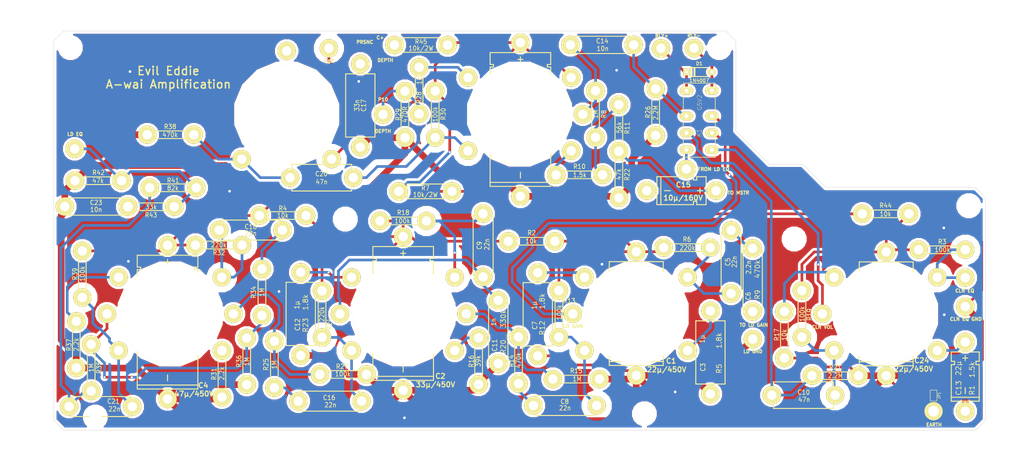
<source format=kicad_pcb>
(kicad_pcb (version 4) (host pcbnew 4.0.7+dfsg1-1)
  (layers (0 F.Cu signal) (31 B.Cu signal) (34 B.Paste user) (35 F.Paste user) (36 B.SilkS user) (37 F.SilkS user) (38 B.Mask user) (39 F.Mask user) (44 Edge.Cuts user))
  (net 0 "")
  (net 1 GND)
  (net 2 /HT_U1A)
  (net 3 "Net-(C5-Pad2)")
  (net 4 /HT_U2A)
  (net 5 "Net-(C8-Pad2)")
  (net 6 /HT_U2B)
  (net 7 "Net-(C11-Pad1)")
  (net 8 /HT_U1B)
  (net 9 "Net-(C10-Pad2)")
  (net 10 "Net-(C14-Pad1)")
  (net 11 "Net-(C14-Pad2)")
  (net 12 /HT_U4B)
  (net 13 "Net-(C16-Pad2)")
  (net 14 "Net-(C17-Pad1)")
  (net 15 /HT_U4A)
  (net 16 "Net-(C18-Pad2)")
  (net 17 "Net-(C20-Pad2)")
  (net 18 "Net-(D1-Pad1)")
  (net 19 "Net-(D1-Pad2)")
  (net 20 "Net-(C6-Pad2)")
  (net 21 /HT_G2)
  (net 22 "Net-(C3-Pad1)")
  (net 23 "Net-(C7-Pad1)")
  (net 24 "Net-(R14-Pad2)")
  (net 25 "Net-(R16-Pad1)")
  (net 26 "Net-(R17-Pad1)")
  (net 27 "Net-(C12-Pad1)")
  (net 28 /HT_U3A)
  (net 29 /HT_U3B)
  (net 30 "Net-(R31-Pad1)")
  (net 31 Earth)
  (net 32 "Net-(C13-Pad1)")
  (net 33 "Net-(C15-Pad1)")
  (net 34 "Net-(C15-Pad2)")
  (net 35 /HT_U5B)
  (net 36 "Net-(C21-Pad2)")
  (net 37 "Net-(C22-Pad1)")
  (net 38 "Net-(C23-Pad1)")
  (net 39 "Net-(P17-Pad1)")
  (net 40 "Net-(R10-Pad2)")
  (net 41 "Net-(R10-Pad1)")
  (net 42 "Net-(R25-Pad2)")
  (net 43 "Net-(R28-Pad1)")
  (net 44 "Net-(R34-Pad1)")
  (net 45 /HT)
  (net 46 "Net-(R37-Pad1)")
  (net 47 "Net-(C1-Pad1)")
  (net 48 "Net-(C2-Pad1)")
  (net 49 "Net-(C4-Pad1)")
  (net 50 "Net-(C24-Pad1)")
  (net 51 "Net-(C25-Pad1)")
  (net 52 "Net-(P10-Pad1)")
  (module Mounting_Holes:MountingHole_3.5mm (layer F.Cu) (at 292.9128 161.7472)
    (fp_text reference REF** hide)
    (fp_text value MountingHole_3.5mm hide)
    (pad "" np_thru_hole circle (at -0.4128 0.7528) (size 3.5 3.5) (drill 3.5) (layers *.Cu *.Mask) (clearance 2))
  )
  (module Mounting_Holes:MountingHole_3.5mm (layer F.Cu) (at 247.6246 215.0618)
    (fp_text reference REF** hide)
    (fp_text value MountingHole_3.5mm hide)
    (pad "" np_thru_hole circle (at -0.1246 -0.0618) (size 3.5 3.5) (drill 3.5) (layers *.Cu *.Mask) (clearance 2))
  )
  (module Mounting_Holes:MountingHole_3.5mm (layer F.Cu) (at 157.607 156.5148)
    (fp_text reference REF** hide)
    (fp_text value MountingHole_3.5mm hide)
    (pad "" np_thru_hole circle (at 0 0) (size 3.5 3.5) (drill 3.5) (layers *.Cu *.Mask) (clearance 2))
  )
  (module Mounting_Holes:MountingHole_3.5mm (layer F.Cu) (at 83.7438 216.0524)
    (fp_text reference REF** hide)
    (fp_text value MountingHole_3.5mm hide)
    (pad "" np_thru_hole circle (at -1.2438 -0.0524) (size 3.5 3.5) (drill 3.5) (layers *.Cu *.Mask) (clearance 2))
  )
  (module Mounting_Holes:MountingHole_3.5mm (layer F.Cu) (at 74.8792 105.156)
    (fp_text reference REF** hide)
    (fp_text value MountingHole_3.5mm hide)
    (pad "" np_thru_hole circle (at 0.1208 -0.156) (size 3.5 3.5) (drill 3.5) (layers *.Cu *.Mask) (clearance 2))
  )
  (module Mounting_Holes:MountingHole_3.5mm (layer F.Cu) (at 270.256 104.902)
    (fp_text reference REF** hide)
    (fp_text value MountingHole_3.5mm hide)
    (pad "" np_thru_hole circle (at -0.256 0.098) (size 3.5 3.5) (drill 3.5) (layers *.Cu *.Mask) (clearance 2))
  )
  (module Mounting_Holes:MountingHole_2.2mm_M2_DIN965_Pad (layer F.Cu) (at 92.4306 169.2148)
    (fp_text reference REF** hide)
    (fp_text value MountingHole_2.2mm_M2_DIN965_Pad hide)
    (pad 1 thru_hole circle (at 0 0) (size 1 1) (drill 0.8) (layers *.Cu *.Mask) (net 31 Earth))
  )
  (module Mounting_Holes:MountingHole_2.2mm_M2_DIN965_Pad (layer F.Cu) (at 337.6168 185.2422)
    (fp_text reference REF** hide)
    (fp_text value MountingHole_2.2mm_M2_DIN965_Pad hide)
    (pad 1 thru_hole circle (at 0 0) (size 1 1) (drill 0.8) (layers *.Cu *.Mask) (net 31 Earth))
  )
  (module Mounting_Holes:MountingHole_2.2mm_M2_DIN965_Pad (layer F.Cu) (at 337.4644 159.1564)
    (fp_text reference REF** hide)
    (fp_text value MountingHole_2.2mm_M2_DIN965_Pad hide)
    (pad 1 thru_hole circle (at 0 0) (size 1 1) (drill 0.8) (layers *.Cu *.Mask) (net 31 Earth))
  )
  (module Mounting_Holes:MountingHole_2.2mm_M2_DIN965_Pad (layer F.Cu) (at 234.7468 170.0784)
    (fp_text reference REF** hide)
    (fp_text value MountingHole_2.2mm_M2_DIN965_Pad hide)
    (pad 1 thru_hole circle (at 0 0) (size 1 1) (drill 0.8) (layers *.Cu *.Mask) (net 31 Earth))
  )
  (module Mounting_Holes:MountingHole_2.2mm_M2_DIN965_Pad (layer F.Cu) (at 122.8344 148.1328)
    (fp_text reference REF** hide)
    (fp_text value MountingHole_2.2mm_M2_DIN965_Pad hide)
    (pad 1 thru_hole circle (at 0 0) (size 1 1) (drill 0.8) (layers *.Cu *.Mask) (net 31 Earth))
  )
  (module Mounting_Holes:MountingHole_2.2mm_M2_DIN965_Pad (layer F.Cu) (at 92.9132 112.1918)
    (fp_text reference REF** hide)
    (fp_text value MountingHole_2.2mm_M2_DIN965_Pad hide)
    (pad 1 thru_hole circle (at 0 0) (size 1 1) (drill 0.8) (layers *.Cu *.Mask) (net 31 Earth))
  )
  (module Mounting_Holes:MountingHole_2.2mm_M2_DIN965_Pad (layer F.Cu) (at 239.141 111.7854)
    (fp_text reference REF** hide)
    (fp_text value MountingHole_2.2mm_M2_DIN965_Pad hide)
    (pad 1 thru_hole circle (at 0 0) (size 1 1) (drill 0.8) (layers *.Cu *.Mask) (net 31 Earth))
  )
  (module Mounting_Holes:MountingHole_2.2mm_M2_DIN965_Pad (layer F.Cu) (at 161.671 115.1382)
    (fp_text reference REF** hide)
    (fp_text value MountingHole_2.2mm_M2_DIN965_Pad hide)
    (pad 1 thru_hole circle (at 0 0) (size 1 1) (drill 0.8) (layers *.Cu *.Mask) (net 31 Earth))
  )
  (module Mounting_Holes:MountingHole_2.2mm_M2_DIN965_Pad (layer F.Cu) (at 137.6934 178.2826)
    (fp_text reference REF** hide)
    (fp_text value MountingHole_2.2mm_M2_DIN965_Pad hide)
    (pad 1 thru_hole circle (at 0 0) (size 1 1) (drill 0.8) (layers *.Cu *.Mask) (net 31 Earth))
  )
  (module Mounting_Holes:MountingHole_2.2mm_M2_DIN965_Pad (layer F.Cu) (at 175.387 216.2302)
    (fp_text reference REF** hide)
    (fp_text value MountingHole_2.2mm_M2_DIN965_Pad hide)
    (pad 1 thru_hole circle (at 0 0) (size 1 1) (drill 0.8) (layers *.Cu *.Mask) (net 31 Earth))
  )
  (module Mounting_Holes:MountingHole_2.2mm_M2_DIN965_Pad (layer F.Cu) (at 256.7432 208.4578)
    (fp_text reference REF** hide)
    (fp_text value MountingHole_2.2mm_M2_DIN965_Pad hide)
    (pad 1 thru_hole circle (at 0 0) (size 1 1) (drill 0.8) (layers *.Cu *.Mask) (net 31 Earth))
  )
  (module A-wai_Turrets:TUBE_TRIODE (layer F.Cu) (at 210 125)
    (fp_text reference U5 hide)
    (fp_text value ECC83 hide)
    (pad 3 thru_hole circle (at -15.5 -11) (size 5.5 5.5) (drill 2.8) (layers *.Cu *.Mask F.SilkS) (net 43 "Net-(R28-Pad1)") (clearance 0.5))
    (pad 8 thru_hole circle (at 15.5 11) (size 5.5 5.5) (drill 2.8) (layers *.Cu *.Mask F.SilkS) (net 41 "Net-(R10-Pad1)") (clearance 0.5))
    (pad "" np_thru_hole circle (at 0 0) (size 30 30) (drill 30) (layers *.Cu *.Mask F.SilkS))
    (pad 1 thru_hole circle (at -15.5 11) (size 5.5 5.5) (drill 2.8) (layers *.Cu *.Mask F.SilkS) (net 35 /HT_U5B))
    (pad 6 thru_hole circle (at 15.5 -11) (size 5.5 5.5) (drill 2.8) (layers *.Cu *.Mask F.SilkS))
    (pad 7 thru_hole circle (at 19 0) (size 5.5 5.5) (drill 2.8) (layers *.Cu *.Mask F.SilkS) (net 11 "Net-(C14-Pad2)"))
  )
  (module A-wai_Turrets:C_M150_105_100V (layer F.Cu) (at 162.1282 122.3772 270)
    (fp_text reference C17 (at 0 -1 270) (layer F.SilkS) (effects (font (size 1.397 1.27) (thickness 0.2032))))
    (fp_text value 33n (at 0 1 270) (layer F.SilkS) (effects (font (size 1.397 1.27) (thickness 0.2032))))
    (pad 1 thru_hole circle (at -12.5 0 270) (size 5.5 5.5) (drill 2.8) (layers *.Cu *.Mask F.SilkS) (net 14 "Net-(C17-Pad1)") (clearance 0.5))
    (pad 2 thru_hole circle (at 12.5 0 270) (size 5.5 5.5) (drill 2.8) (layers *.Cu *.Mask F.SilkS) (net 1 GND) (clearance 0.5))
  )
  (module A-wai_Turrets:TUBE_TRIODE (layer F.Cu) (at 245 185)
    (fp_text reference U2 hide)
    (fp_text value ECC83 hide)
    (pad 3 thru_hole circle (at -15.5 -11) (size 5.5 5.5) (drill 2.8) (layers *.Cu *.Mask F.SilkS) (net 23 "Net-(C7-Pad1)") (clearance 0.5))
    (pad 2 thru_hole circle (at -19 0) (size 5.5 5.5) (drill 2.8) (layers *.Cu *.Mask F.SilkS) (clearance 0.5))
    (pad 8 thru_hole circle (at 15.5 11) (size 5.5 5.5) (drill 2.8) (layers *.Cu *.Mask F.SilkS) (net 22 "Net-(C3-Pad1)") (clearance 0.5))
    (pad "" np_thru_hole circle (at 0 0) (size 30 30) (drill 30) (layers *.Cu *.Mask F.SilkS))
    (pad 1 thru_hole circle (at -15.5 11) (size 5.5 5.5) (drill 2.8) (layers *.Cu *.Mask F.SilkS) (net 6 /HT_U2B))
    (pad 6 thru_hole circle (at 15.5 -11) (size 5.5 5.5) (drill 2.8) (layers *.Cu *.Mask F.SilkS) (net 4 /HT_U2A))
  )
  (module A-wai_Turrets:TUBE_TRIODE (layer F.Cu) (at 320 185)
    (fp_text reference U1 hide)
    (fp_text value ECC83 hide)
    (pad 3 thru_hole circle (at -15.5 -11) (size 5.5 5.5) (drill 2.8) (layers *.Cu *.Mask F.SilkS) (net 26 "Net-(R17-Pad1)") (clearance 0.5))
    (pad 2 thru_hole circle (at -19 0) (size 5.5 5.5) (drill 2.8) (layers *.Cu *.Mask F.SilkS) (clearance 0.5))
    (pad 8 thru_hole circle (at 15.5 11) (size 5.5 5.5) (drill 2.8) (layers *.Cu *.Mask F.SilkS) (net 32 "Net-(C13-Pad1)") (clearance 0.5))
    (pad "" np_thru_hole circle (at 0 0) (size 30 30) (drill 30) (layers *.Cu *.Mask F.SilkS))
    (pad 1 thru_hole circle (at -15.5 11) (size 5.5 5.5) (drill 2.8) (layers *.Cu *.Mask F.SilkS) (net 8 /HT_U1B))
    (pad 6 thru_hole circle (at 15.5 -11) (size 5.5 5.5) (drill 2.8) (layers *.Cu *.Mask F.SilkS) (net 2 /HT_U1A))
  )
  (module A-wai_Turrets:R_0.5W (layer F.Cu) (at 250.8758 124.3734 270)
    (fp_text reference R26 (at 0 2.286 270) (layer F.SilkS) (effects (font (size 1.397 1.27) (thickness 0.2032))))
    (fp_text value 2.2M (at 0.1778 -0.0254 270) (layer F.SilkS) (effects (font (size 1.397 1.27) (thickness 0.2032))))
    (pad 1 thru_hole circle (at -7 0 270) (size 5.5 5.5) (drill 2.8) (layers *.Cu *.Mask F.SilkS) (net 10 "Net-(C14-Pad1)"))
    (pad 2 thru_hole circle (at 7 0 270) (size 5.5 5.5) (drill 2.8) (layers *.Cu *.Mask F.SilkS) (net 1 GND))
  )
  (module A-wai_Turrets:C_225P_223_400V (layer F.Cu) (at 223.647 212.5345 180)
    (fp_text reference C8 (at 0.1016 1.1811 180) (layer F.SilkS) (effects (font (size 1.397 1.27) (thickness 0.2032))))
    (fp_text value 22n (at 0 -0.7747 180) (layer F.SilkS) (effects (font (size 1.397 1.27) (thickness 0.2032))))
    (pad 1 thru_hole circle (at -9.5 0 180) (size 5.5 5.5) (drill 2.8) (layers *.Cu *.Mask F.SilkS) (net 6 /HT_U2B))
    (pad 2 thru_hole circle (at 9.5 0 180) (size 5.5 5.5) (drill 2.8) (layers *.Cu *.Mask F.SilkS) (net 5 "Net-(C8-Pad2)"))
  )
  (module A-wai_Turrets:C_225P_473_400V (layer F.Cu) (at 295.3 209.423 180)
    (fp_text reference C10 (at -0.0766 0.8382 180) (layer F.SilkS) (effects (font (size 1.397 1.27) (thickness 0.2032))))
    (fp_text value 47n (at -0.2036 -1.3462 180) (layer F.SilkS) (effects (font (size 1.397 1.27) (thickness 0.2032))))
    (pad 1 thru_hole circle (at -9.5 0 180) (size 5.5 5.5) (drill 2.8) (layers *.Cu *.Mask F.SilkS) (net 8 /HT_U1B))
    (pad 2 thru_hole circle (at 9.5 0 180) (size 5.5 5.5) (drill 2.8) (layers *.Cu *.Mask F.SilkS) (net 9 "Net-(C10-Pad2)") (clearance 0.5))
  )
  (module A-wai_Turrets:TURRET (layer F.Cu) (at 334.391 214.249)
    (fp_text reference P14)
    (fp_text value EARTH (at 0.127 4.064) (layer F.SilkS) (effects (font (size 1.016 1.016) (thickness 0.254))))
    (pad 1 thru_hole circle (at 0 0) (size 5.5 5.5) (drill 3.2) (layers *.Cu *.Mask F.SilkS) (net 31 Earth) (clearance 0.5))
  )
  (module A-wai_Turrets:C_225P_223_400V (layer F.Cu) (at 199.0344 164.3888 270)
    (fp_text reference C9 (at 0.0508 1.1176 270) (layer F.SilkS) (effects (font (size 1.397 1.27) (thickness 0.2032))))
    (fp_text value 22n (at -0.2794 -1.1684 270) (layer F.SilkS) (effects (font (size 1.397 1.27) (thickness 0.2032))))
    (pad 1 thru_hole circle (at -9.5 0 270) (size 5.5 5.5) (drill 2.8) (layers *.Cu *.Mask F.SilkS) (net 28 /HT_U3A) (clearance 0.5))
    (pad 2 thru_hole circle (at 9.5 0 270) (size 5.5 5.5) (drill 2.8) (layers *.Cu *.Mask F.SilkS) (net 7 "Net-(C11-Pad1)") (clearance 0.5))
  )
  (module A-wai_Turrets:R_2W (layer F.Cu) (at 181.6872 148.1836)
    (fp_text reference R7 (at 0 -1) (layer F.SilkS) (effects (font (size 1.397 1.27) (thickness 0.2032))))
    (fp_text value 10k/2W (at 0 1) (layer F.SilkS) (effects (font (size 1.397 1.27) (thickness 0.2032))))
    (pad 1 thru_hole circle (at -8 0) (size 5.5 5.5) (drill 2.8) (layers *.Cu *.Mask F.SilkS) (net 51 "Net-(C25-Pad1)"))
    (pad 2 thru_hole circle (at 8 0) (size 5.5 5.5) (drill 2.8) (layers *.Cu *.Mask F.SilkS) (net 49 "Net-(C4-Pad1)"))
  )
  (module A-wai_Turrets:R_0.5W (layer F.Cu) (at 105.0902 131.1656 180)
    (fp_text reference R38 (at 0.112 2.413 180) (layer F.SilkS) (effects (font (size 1.397 1.27) (thickness 0.2032))))
    (fp_text value 470k (at 0.127 0 180) (layer F.SilkS) (effects (font (size 1.397 1.27) (thickness 0.2032))))
    (pad 1 thru_hole circle (at -7 0 180) (size 5.5 5.5) (drill 2.8) (layers *.Cu *.Mask F.SilkS) (net 17 "Net-(C20-Pad2)"))
    (pad 2 thru_hole circle (at 7 0 180) (size 5.5 5.5) (drill 2.8) (layers *.Cu *.Mask F.SilkS) (net 1 GND))
  )
  (module A-wai_Turrets:CPA_22uF_450V (layer F.Cu) (at 245.0465 184.3065 90)
    (fp_text reference C1 (at -14.8295 10.4775 180) (layer F.SilkS) (effects (font (thickness 0.3048))))
    (fp_text value 22µ/450V (at -17.433 9.144 180) (layer F.SilkS) (effects (font (thickness 0.3048))))
    (pad 1 thru_hole circle (at 18 0 90) (size 5.5 5.5) (drill 2.8) (layers *.Cu *.Mask F.SilkS) (net 47 "Net-(C1-Pad1)"))
    (pad 2 thru_hole circle (at -19.2 0 90) (size 5.5 5.5) (drill 2.8) (layers *.Cu *.Mask F.SilkS) (net 1 GND) (clearance 0.5))
  )
  (module A-wai_Turrets:CPA_33uF_500V (layer F.Cu) (at 175.006 184.2752 90)
    (fp_text reference C2 (at -19.4328 11.176 360) (layer F.SilkS) (effects (font (thickness 0.3048))))
    (fp_text value 33µ/450V (at -21.9728 9.7028 360) (layer F.SilkS) (effects (font (thickness 0.3048))))
    (pad 1 thru_hole circle (at 22.5 0 90) (size 5.5 5.5) (drill 2.8) (layers *.Cu *.Mask F.SilkS) (net 48 "Net-(C2-Pad1)"))
    (pad 2 thru_hole circle (at -23.7 0 90) (size 5.5 5.5) (drill 2.8) (layers *.Cu *.Mask F.SilkS) (net 1 GND) (clearance 0.5))
  )
  (module A-wai_Turrets:CPA_47uF_450V (layer F.Cu) (at 104.2035 186.8805 90)
    (fp_text reference C4 (at -19.6215 10.7315 180) (layer F.SilkS) (effects (font (thickness 0.3048))))
    (fp_text value 47µ/450V (at -22.1361 7.9121 360) (layer F.SilkS) (effects (font (thickness 0.3048))))
    (pad 1 thru_hole circle (at 22.5 0 90) (size 5.5 5.5) (drill 2.8) (layers *.Cu *.Mask F.SilkS) (net 49 "Net-(C4-Pad1)"))
    (pad 2 thru_hole circle (at -23.7 0 90) (size 5.5 5.5) (drill 2.8) (layers *.Cu *.Mask F.SilkS) (net 1 GND) (clearance 0.5))
  )
  (module A-wai_Passive:DIODE (layer F.Cu) (at 263.9695 112.3315 180)
    (fp_text reference D1 (at 0 2.54 180) (layer F.SilkS) (effects (font (size 1.016 1.016) (thickness 0.2032))))
    (fp_text value 1N4007 (at 0 -2.54 180) (layer F.SilkS) (effects (font (size 1.016 1.016) (thickness 0.2032))))
    (pad 1 thru_hole rect (at 3.81 0 180) (size 2 2) (drill 0.8) (layers *.Cu *.Mask F.SilkS) (net 18 "Net-(D1-Pad1)") (clearance 0.5))
    (pad 2 thru_hole circle (at -3.81 0 180) (size 2 2) (drill 0.8) (layers *.Cu *.Mask F.SilkS) (net 19 "Net-(D1-Pad2)") (clearance 0.5))
  )
  (module A-wai_Misc:relay-G5V2 (layer F.Cu) (at 263.9695 125.5395 90)
    (fp_text reference K1 (at -5.08 0 90) (layer F.SilkS) (effects (font (size 1.27 1.27) (thickness 0.0889))))
    (fp_text value G5V2 (at 4.064 0.127 90) (layer F.SilkS) (effects (font (size 1.27 1.27) (thickness 0.0889))))
    (pad 9 thru_hole oval (at -10.16 3.81 90) (size 2.5 4) (drill 1.2) (layers *.Cu *.Mask F.SilkS))
    (pad 11 thru_hole oval (at -5.08 3.81 90) (size 2.5 4) (drill 1.2) (layers *.Cu *.Mask F.SilkS))
    (pad 16 thru_hole oval (at 7.62 3.81 90) (size 2.5 4) (drill 1.2) (layers *.Cu *.Mask F.SilkS) (net 19 "Net-(D1-Pad2)"))
    (pad 1 thru_hole oval (at 7.62 -3.81 90) (size 2.5 4) (drill 1.2) (layers *.Cu *.Mask F.SilkS) (net 18 "Net-(D1-Pad1)"))
    (pad 6 thru_hole oval (at -5.08 -3.81 90) (size 2.5 4) (drill 1.2) (layers *.Cu *.Mask F.SilkS) (net 9 "Net-(C10-Pad2)"))
    (pad 8 thru_hole oval (at -10.16 -3.81 90) (size 2.5 4) (drill 1.2) (layers *.Cu *.Mask F.SilkS))
    (pad 4 thru_hole oval (at 0 -3.81 90) (size 2.5 4) (drill 1.2) (layers *.Cu *.Mask F.SilkS) (net 10 "Net-(C14-Pad1)"))
    (pad 13 thru_hole oval (at 0 3.81 90) (size 2.5 4) (drill 1.2) (layers *.Cu *.Mask F.SilkS) (net 1 GND))
  )
  (module A-wai_Turrets:TURRET (layer F.Cu) (at 252.476 105.2068)
    (fp_text reference P1)
    (fp_text value RLY+ (at 0.254 -3.7846) (layer F.SilkS) (effects (font (size 1.016 1.016) (thickness 0.254))))
    (pad 1 thru_hole circle (at 0 0) (size 5.5 5.5) (drill 2.8) (layers *.Cu *.Mask F.SilkS) (net 18 "Net-(D1-Pad1)") (clearance 0.5))
  )
  (module A-wai_Turrets:TURRET (layer F.Cu) (at 262.4074 105.156)
    (fp_text reference P2)
    (fp_text value RLY- (at 0 -3.81) (layer F.SilkS) (effects (font (size 1.016 1.016) (thickness 0.254))))
    (pad 1 thru_hole circle (at 0 0) (size 5.5 5.5) (drill 2.8) (layers *.Cu *.Mask F.SilkS) (net 19 "Net-(D1-Pad2)") (clearance 0.5))
  )
  (module A-wai_Turrets:TURRET (layer F.Cu) (at 260.096 141.478)
    (fp_text reference P6)
    (fp_text value "FROM LD EQ" (at 8.1534 0.0508) (layer F.SilkS) (effects (font (size 1.016 1.016) (thickness 0.254))))
    (pad 1 thru_hole circle (at 0 0) (size 5.5 5.5) (drill 2.8) (layers *.Cu *.Mask F.SilkS) (clearance 0.5))
  )
  (module A-wai_Turrets:TURRET (layer F.Cu) (at 152.6794 105.1814)
    (fp_text reference P11)
    (fp_text value Ug2 (at 0.0254 3.7338) (layer F.SilkS) (effects (font (size 1.016 1.016) (thickness 0.254))))
    (pad 1 thru_hole circle (at 0 0) (size 5.5 5.5) (drill 2.8) (layers *.Cu *.Mask F.SilkS) (net 21 /HT_G2))
  )
  (module A-wai_Turrets:R_0.5W (layer F.Cu) (at 213.599 163.1696)
    (fp_text reference R2 (at 0 -2.5) (layer F.SilkS) (effects (font (size 1.397 1.27) (thickness 0.2032))))
    (fp_text value 10k (at -0.127 0) (layer F.SilkS) (effects (font (size 1.397 1.27) (thickness 0.2032))))
    (pad 1 thru_hole circle (at -7 0) (size 5.5 5.5) (drill 2.8) (layers *.Cu *.Mask F.SilkS) (net 48 "Net-(C2-Pad1)"))
    (pad 2 thru_hole circle (at 7 0) (size 5.5 5.5) (drill 2.8) (layers *.Cu *.Mask F.SilkS) (net 47 "Net-(C1-Pad1)"))
  )
  (module A-wai_Turrets:R_0.5W (layer F.Cu) (at 138.8214 155.448)
    (fp_text reference R4 (at 0 -2.159) (layer F.SilkS) (effects (font (size 1.397 1.27) (thickness 0.2032))))
    (fp_text value 10k (at 0 0) (layer F.SilkS) (effects (font (size 1.397 1.27) (thickness 0.2032))))
    (pad 1 thru_hole circle (at -7 0) (size 5.5 5.5) (drill 2.8) (layers *.Cu *.Mask F.SilkS) (net 49 "Net-(C4-Pad1)"))
    (pad 2 thru_hole circle (at 7 0) (size 5.5 5.5) (drill 2.8) (layers *.Cu *.Mask F.SilkS) (net 48 "Net-(C2-Pad1)"))
  )
  (module A-wai_Turrets:R_0.5W (layer F.Cu) (at 260.2865 165.1)
    (fp_text reference R6 (at 0 -2.5) (layer F.SilkS) (effects (font (size 1.397 1.27) (thickness 0.2032))))
    (fp_text value 220k (at 0.1397 0.0508) (layer F.SilkS) (effects (font (size 1.397 1.27) (thickness 0.2032))))
    (pad 1 thru_hole circle (at -7 0) (size 5.5 5.5) (drill 2.8) (layers *.Cu *.Mask F.SilkS))
    (pad 2 thru_hole circle (at 7 0) (size 5.5 5.5) (drill 2.8) (layers *.Cu *.Mask F.SilkS) (net 4 /HT_U2A))
  )
  (module A-wai_Turrets:R_0.5W (layer F.Cu) (at 232.8164 124.968 270)
    (fp_text reference R8 (at 0 -2.5 270) (layer F.SilkS) (effects (font (size 1.397 1.27) (thickness 0.2032))))
    (fp_text value 1M (at 0 0 270) (layer F.SilkS) (effects (font (size 1.397 1.27) (thickness 0.2032))))
    (pad 1 thru_hole circle (at -7 0 270) (size 5.5 5.5) (drill 2.8) (layers *.Cu *.Mask F.SilkS) (net 11 "Net-(C14-Pad2)"))
    (pad 2 thru_hole circle (at 7 0 270) (size 5.5 5.5) (drill 2.8) (layers *.Cu *.Mask F.SilkS) (net 40 "Net-(R10-Pad2)"))
  )
  (module A-wai_Turrets:R_0.5W (layer F.Cu) (at 239.8268 129.1394 270)
    (fp_text reference R11 (at 0 -2.5 270) (layer F.SilkS) (effects (font (size 1.397 1.27) (thickness 0.2032))))
    (fp_text value 56k (at -0.127 -0.127 270) (layer F.SilkS) (effects (font (size 1.397 1.27) (thickness 0.2032))))
    (pad 1 thru_hole circle (at -7 0 270) (size 5.5 5.5) (drill 2.8) (layers *.Cu *.Mask F.SilkS) (net 40 "Net-(R10-Pad2)"))
    (pad 2 thru_hole circle (at 7 0 270) (size 5.5 5.5) (drill 2.8) (layers *.Cu *.Mask F.SilkS) (net 33 "Net-(C15-Pad1)"))
  )
  (module A-wai_Turrets:R_0.5W (layer F.Cu) (at 221.8055 184.9905 270)
    (fp_text reference R13 (at -3.9139 -3.1115 540) (layer F.SilkS) (effects (font (size 1.397 1.27) (thickness 0.2032))))
    (fp_text value 100k (at -0.4341 -0.1143 270) (layer F.SilkS) (effects (font (size 1.397 1.27) (thickness 0.2032))))
    (pad 1 thru_hole circle (at -7 0 270) (size 5.5 5.5) (drill 2.8) (layers *.Cu *.Mask F.SilkS))
    (pad 2 thru_hole circle (at 7 0 270) (size 5.5 5.5) (drill 2.8) (layers *.Cu *.Mask F.SilkS) (net 6 /HT_U2B))
  )
  (module A-wai_Turrets:R_0.5W (layer F.Cu) (at 209.677 198.9605 90)
    (fp_text reference R14 (at -0.2009 -2.1082 90) (layer F.SilkS) (effects (font (size 1.397 1.27) (thickness 0.2032))))
    (fp_text value 470k (at 0 0 90) (layer F.SilkS) (effects (font (size 1.397 1.27) (thickness 0.2032))))
    (pad 1 thru_hole circle (at -7 0 90) (size 5.5 5.5) (drill 2.8) (layers *.Cu *.Mask F.SilkS) (net 5 "Net-(C8-Pad2)"))
    (pad 2 thru_hole circle (at 7 0 90) (size 5.5 5.5) (drill 2.8) (layers *.Cu *.Mask F.SilkS) (net 24 "Net-(R14-Pad2)"))
  )
  (module A-wai_Turrets:R_0.5W (layer F.Cu) (at 227.0125 204.597)
    (fp_text reference R15 (at 0 -2.5) (layer F.SilkS) (effects (font (size 1.397 1.27) (thickness 0.2032))))
    (fp_text value 1M (at 0.254 0) (layer F.SilkS) (effects (font (size 1.397 1.27) (thickness 0.2032))))
    (pad 1 thru_hole circle (at -7 0) (size 5.5 5.5) (drill 2.8) (layers *.Cu *.Mask F.SilkS) (net 24 "Net-(R14-Pad2)"))
    (pad 2 thru_hole circle (at 7 0) (size 5.5 5.5) (drill 2.8) (layers *.Cu *.Mask F.SilkS) (net 1 GND))
  )
  (module A-wai_Turrets:R_0.5W (layer F.Cu) (at 197.6755 199.1995 270)
    (fp_text reference R16 (at 0.0635 2.1717 270) (layer F.SilkS) (effects (font (size 1.397 1.27) (thickness 0.2032))))
    (fp_text value 39k (at 0 0.127 270) (layer F.SilkS) (effects (font (size 1.397 1.27) (thickness 0.2032))))
    (pad 1 thru_hole circle (at -7 0 270) (size 5.5 5.5) (drill 2.8) (layers *.Cu *.Mask F.SilkS) (net 25 "Net-(R16-Pad1)"))
    (pad 2 thru_hole circle (at 7 0 270) (size 5.5 5.5) (drill 2.8) (layers *.Cu *.Mask F.SilkS) (net 1 GND))
  )
  (module A-wai_Turrets:R_0.5W (layer F.Cu) (at 289.56 191.277 270)
    (fp_text reference R17 (at -0.015 2.286 270) (layer F.SilkS) (effects (font (size 1.397 1.27) (thickness 0.2032))))
    (fp_text value 10k (at 0.0485 0 270) (layer F.SilkS) (effects (font (size 1.397 1.27) (thickness 0.2032))))
    (pad 1 thru_hole circle (at -7 0 270) (size 5.5 5.5) (drill 2.8) (layers *.Cu *.Mask F.SilkS) (net 26 "Net-(R17-Pad1)"))
    (pad 2 thru_hole circle (at 7 0 270) (size 5.5 5.5) (drill 2.8) (layers *.Cu *.Mask F.SilkS) (net 1 GND))
  )
  (module A-wai_Turrets:R_0.5W (layer F.Cu) (at 175.0164 157.0736)
    (fp_text reference R18 (at 0 -2.5) (layer F.SilkS) (effects (font (size 1.397 1.27) (thickness 0.2032))))
    (fp_text value 100k (at -0.254 0) (layer F.SilkS) (effects (font (size 1.397 1.27) (thickness 0.2032))))
    (pad 1 thru_hole circle (at -7 0) (size 5.5 5.5) (drill 2.8) (layers *.Cu *.Mask F.SilkS))
    (pad 2 thru_hole circle (at 7 0) (size 5.5 5.5) (drill 2.8) (layers *.Cu *.Mask F.SilkS) (net 28 /HT_U3A))
  )
  (module A-wai_Turrets:R_0.5W (layer F.Cu) (at 294.8305 184.9905 270)
    (fp_text reference R19 (at 0.2263 -2.2733 270) (layer F.SilkS) (effects (font (size 1.397 1.27) (thickness 0.2032))))
    (fp_text value 100k (at 0.0485 -0.0889 270) (layer F.SilkS) (effects (font (size 1.397 1.27) (thickness 0.2032))))
    (pad 1 thru_hole circle (at -7 0 270) (size 5.5 5.5) (drill 2.8) (layers *.Cu *.Mask F.SilkS))
    (pad 2 thru_hole circle (at 7 0 270) (size 5.5 5.5) (drill 2.8) (layers *.Cu *.Mask F.SilkS) (net 8 /HT_U1B))
  )
  (module A-wai_Turrets:R_0.5W (layer F.Cu) (at 304.8635 203.581)
    (fp_text reference R21 (at 0 -2.5) (layer F.SilkS) (effects (font (size 1.397 1.27) (thickness 0.2032))))
    (fp_text value 2.2M (at 0 0) (layer F.SilkS) (effects (font (size 1.397 1.27) (thickness 0.2032))))
    (pad 1 thru_hole circle (at -7 0) (size 5.5 5.5) (drill 2.8) (layers *.Cu *.Mask F.SilkS) (net 9 "Net-(C10-Pad2)"))
    (pad 2 thru_hole circle (at 7 0) (size 5.5 5.5) (drill 2.8) (layers *.Cu *.Mask F.SilkS) (net 1 GND))
  )
  (module A-wai_Turrets:R_0.5W (layer F.Cu) (at 150.622 185.0748 270)
    (fp_text reference R24 (at 3.0122 -2.2352 270) (layer F.SilkS) (effects (font (size 1.397 1.27) (thickness 0.2032))))
    (fp_text value 220k (at 0.015 0 270) (layer F.SilkS) (effects (font (size 1.397 1.27) (thickness 0.2032))))
    (pad 1 thru_hole circle (at -7 0 270) (size 5.5 5.5) (drill 2.8) (layers *.Cu *.Mask F.SilkS))
    (pad 2 thru_hole circle (at 7 0 270) (size 5.5 5.5) (drill 2.8) (layers *.Cu *.Mask F.SilkS) (net 29 /HT_U3B))
  )
  (module A-wai_Turrets:R_0.5W (layer F.Cu) (at 136.2964 200.2028 90)
    (fp_text reference R25 (at 0 -2.5 90) (layer F.SilkS) (effects (font (size 1.397 1.27) (thickness 0.2032))))
    (fp_text value 1M (at -0.0762 0.0254 90) (layer F.SilkS) (effects (font (size 1.397 1.27) (thickness 0.2032))))
    (pad 1 thru_hole circle (at -7 0 90) (size 5.5 5.5) (drill 2.8) (layers *.Cu *.Mask F.SilkS) (net 13 "Net-(C16-Pad2)"))
    (pad 2 thru_hole circle (at 7 0 90) (size 5.5 5.5) (drill 2.8) (layers *.Cu *.Mask F.SilkS) (net 42 "Net-(R25-Pad2)"))
  )
  (module A-wai_Turrets:R_0.5W (layer F.Cu) (at 156.972 203.2)
    (fp_text reference R27 (at -0.3048 -2.3876) (layer F.SilkS) (effects (font (size 1.397 1.27) (thickness 0.2032))))
    (fp_text value 100k (at -0.097 -0.127) (layer F.SilkS) (effects (font (size 1.397 1.27) (thickness 0.2032))))
    (pad 1 thru_hole circle (at -7 0) (size 5.5 5.5) (drill 2.8) (layers *.Cu *.Mask F.SilkS) (net 42 "Net-(R25-Pad2)"))
    (pad 2 thru_hole circle (at 7 0) (size 5.5 5.5) (drill 2.8) (layers *.Cu *.Mask F.SilkS) (net 1 GND))
  )
  (module A-wai_Turrets:R_0.5W (layer F.Cu) (at 179.8066 117.9068 270)
    (fp_text reference R28 (at 2.1082 0.0254 270) (layer F.SilkS) (effects (font (size 1.397 1.27) (thickness 0.2032))))
    (fp_text value 1k (at -2.9464 -0.1016 270) (layer F.SilkS) (effects (font (size 1.397 1.27) (thickness 0.2032))))
    (pad 1 thru_hole circle (at -7 0 270) (size 5.5 5.5) (drill 2.8) (layers *.Cu *.Mask F.SilkS) (net 43 "Net-(R28-Pad1)"))
    (pad 2 thru_hole circle (at 7 0 270) (size 5.5 5.5) (drill 2.8) (layers *.Cu *.Mask F.SilkS) (net 52 "Net-(P10-Pad1)"))
  )
  (module A-wai_Turrets:R_0.5W (layer F.Cu) (at 175.5394 125.0696 270)
    (fp_text reference R29 (at 0.0254 2.0066 270) (layer F.SilkS) (effects (font (size 1.397 1.27) (thickness 0.2032))))
    (fp_text value 470R (at 0 0 270) (layer F.SilkS) (effects (font (size 1.397 1.27) (thickness 0.2032))))
    (pad 1 thru_hole circle (at -7 0 270) (size 5.5 5.5) (drill 2.8) (layers *.Cu *.Mask F.SilkS) (net 52 "Net-(P10-Pad1)"))
    (pad 2 thru_hole circle (at 7 0 270) (size 5.5 5.5) (drill 2.8) (layers *.Cu *.Mask F.SilkS) (net 1 GND))
  )
  (module A-wai_Turrets:R_0.5W (layer F.Cu) (at 184.6326 125.0188 270)
    (fp_text reference R30 (at -0.0762 -2.413 270) (layer F.SilkS) (effects (font (size 1.397 1.27) (thickness 0.2032))))
    (fp_text value 100k (at 0 0 270) (layer F.SilkS) (effects (font (size 1.397 1.27) (thickness 0.2032))))
    (pad 1 thru_hole circle (at -7 0 270) (size 5.5 5.5) (drill 2.8) (layers *.Cu *.Mask F.SilkS))
    (pad 2 thru_hole circle (at 7 0 270) (size 5.5 5.5) (drill 2.8) (layers *.Cu *.Mask F.SilkS) (net 35 /HT_U5B))
  )
  (module A-wai_Turrets:R_0.5W (layer F.Cu) (at 120.5484 203.0476 270)
    (fp_text reference R31 (at 0.0254 2.3622 270) (layer F.SilkS) (effects (font (size 1.397 1.27) (thickness 0.2032))))
    (fp_text value 2.2k (at -0.1524 0.0254 270) (layer F.SilkS) (effects (font (size 1.397 1.27) (thickness 0.2032))))
    (pad 1 thru_hole circle (at -7 0 270) (size 5.5 5.5) (drill 2.8) (layers *.Cu *.Mask F.SilkS) (net 30 "Net-(R31-Pad1)"))
    (pad 2 thru_hole circle (at 7 0 270) (size 5.5 5.5) (drill 2.8) (layers *.Cu *.Mask F.SilkS) (net 1 GND))
  )
  (module A-wai_Turrets:R_0.5W (layer F.Cu) (at 119.5832 164.3126)
    (fp_text reference R32 (at 0.0762 2.3114) (layer F.SilkS) (effects (font (size 1.397 1.27) (thickness 0.2032))))
    (fp_text value 220k (at 0 0) (layer F.SilkS) (effects (font (size 1.397 1.27) (thickness 0.2032))))
    (pad 1 thru_hole circle (at -7 0) (size 5.5 5.5) (drill 2.8) (layers *.Cu *.Mask F.SilkS))
    (pad 2 thru_hole circle (at 7 0) (size 5.5 5.5) (drill 2.8) (layers *.Cu *.Mask F.SilkS) (net 15 /HT_U4A))
  )
  (module A-wai_Turrets:R_0.5W (layer F.Cu) (at 132.5626 178.4962 90)
    (fp_text reference R34 (at 0 -2.5 90) (layer F.SilkS) (effects (font (size 1.397 1.27) (thickness 0.2032))))
    (fp_text value 1M (at 0 0 90) (layer F.SilkS) (effects (font (size 1.397 1.27) (thickness 0.2032))))
    (pad 1 thru_hole circle (at -7 0 90) (size 5.5 5.5) (drill 2.8) (layers *.Cu *.Mask F.SilkS) (net 44 "Net-(R34-Pad1)"))
    (pad 2 thru_hole circle (at 7 0 90) (size 5.5 5.5) (drill 2.8) (layers *.Cu *.Mask F.SilkS) (net 16 "Net-(C18-Pad2)"))
  )
  (module A-wai_Turrets:R_0.5W (layer F.Cu) (at 76.7842 194.2442 270)
    (fp_text reference R37 (at 0.0912 2.2098 270) (layer F.SilkS) (effects (font (size 1.397 1.27) (thickness 0.2032))))
    (fp_text value 2.2k (at 0 0 270) (layer F.SilkS) (effects (font (size 1.397 1.27) (thickness 0.2032))))
    (pad 1 thru_hole circle (at -7 0 270) (size 5.5 5.5) (drill 2.8) (layers *.Cu *.Mask F.SilkS) (net 46 "Net-(R37-Pad1)"))
    (pad 2 thru_hole circle (at 7 0 270) (size 5.5 5.5) (drill 2.8) (layers *.Cu *.Mask F.SilkS) (net 1 GND))
  )
  (module A-wai_Turrets:TUBE_PENTODE (layer F.Cu) (at 140 125)
    (fp_text reference U6)
    (fp_text value 6V6)
    (pad 3 thru_hole circle (at 0 -19) (size 5.5 5.5) (drill 2.8) (layers *.Cu *.Mask F.SilkS) (net 37 "Net-(C22-Pad1)") (clearance 0.5))
    (pad 2 thru_hole circle (at -13.5 13.5) (size 5.5 5.5) (drill 2.8) (layers *.Cu *.Mask F.SilkS) (net 17 "Net-(C20-Pad2)") (clearance 0.5))
    (pad 9 thru_hole circle (at 13.5 13.5) (size 5.5 5.5) (drill 2.8) (layers *.Cu *.Mask F.SilkS) (net 21 /HT_G2))
    (pad "" np_thru_hole circle (at 0 0) (size 30 30) (drill 30) (layers *.Cu *.Mask F.SilkS))
  )
  (module A-wai_Turrets:TURRET (layer F.Cu) (at 280.0985 192.5955)
    (fp_text reference P15)
    (fp_text value "LD GND" (at 0 3.683) (layer F.SilkS) (effects (font (size 1.016 1.016) (thickness 0.254))))
    (pad 1 thru_hole circle (at 0 0) (size 5.5 5.5) (drill 2.8) (layers *.Cu *.Mask F.SilkS) (net 1 GND) (clearance 0.5))
  )
  (module Freetronics:SJ_OPEN (layer F.Cu) (at 334.391 209.55 270)
    (fp_text reference JP1 (at 0 -1.7 270) (layer F.SilkS) (effects (font (size 0.8 0.8) (thickness 0.12))))
    (fp_text value JUMPER hide)
    (pad 1 smd rect (at -0.762 0 270) (size 1.1684 1.6002) (layers F.Cu F.Mask) (net 1 GND))
    (pad 2 smd rect (at 0.762 0 270) (size 1.1684 1.6002) (layers F.Cu F.Mask) (net 31 Earth))
  )
  (module A-wai_Turrets:C_225P_472_400V (layer F.Cu) (at 280.035 174.8155 270)
    (fp_text reference C6 (at 4.826 1.3335 270) (layer F.SilkS) (effects (font (size 1.397 1.27) (thickness 0.2032))))
    (fp_text value 2.2n (at -3.81 1.2065 270) (layer F.SilkS) (effects (font (size 1.397 1.27) (thickness 0.2032))))
    (pad 1 thru_hole circle (at -9.5 0 270) (size 5.5 5.5) (drill 2.8) (layers *.Cu *.Mask F.SilkS) (net 3 "Net-(C5-Pad2)") (clearance 0.5))
    (pad 2 thru_hole circle (at 9.5 0 270) (size 5.5 5.5) (drill 2.8) (layers *.Cu *.Mask F.SilkS) (net 20 "Net-(C6-Pad2)") (clearance 0.5))
  )
  (module A-wai_Turrets:C_M150_105_100V (layer F.Cu) (at 215.4555 185.112 270)
    (fp_text reference C7 (at 3.3655 0.889 270) (layer F.SilkS) (effects (font (size 1.397 1.27) (thickness 0.2032))))
    (fp_text value 1µ (at -2.7305 1.0795 270) (layer F.SilkS) (effects (font (size 1.397 1.27) (thickness 0.2032))))
    (pad 1 thru_hole circle (at -12.5 0 270) (size 5.5 5.5) (drill 2.8) (layers *.Cu *.Mask F.SilkS) (net 23 "Net-(C7-Pad1)") (clearance 0.5))
    (pad 2 thru_hole circle (at 12.5 0 270) (size 5.5 5.5) (drill 2.8) (layers *.Cu *.Mask F.SilkS) (net 1 GND) (clearance 0.5))
  )
  (module A-wai_Turrets:C_225P_472_400V (layer F.Cu) (at 203.581 190.4365 270)
    (fp_text reference C11 (at 4.0005 1.0795 270) (layer F.SilkS) (effects (font (size 1.397 1.27) (thickness 0.2032))))
    (fp_text value 1n (at -2.9845 1.397 270) (layer F.SilkS) (effects (font (size 1.397 1.27) (thickness 0.2032))))
    (pad 1 thru_hole circle (at -9.5 0 270) (size 5.5 5.5) (drill 2.8) (layers *.Cu *.Mask F.SilkS) (net 7 "Net-(C11-Pad1)") (clearance 0.5))
    (pad 2 thru_hole circle (at 9.5 0 270) (size 5.5 5.5) (drill 2.8) (layers *.Cu *.Mask F.SilkS) (net 1 GND) (clearance 0.5))
  )
  (module A-wai_Turrets:C_M150_105_100V (layer F.Cu) (at 144.2212 185.0136 270)
    (fp_text reference C12 (at 3.2258 0.9652 270) (layer F.SilkS) (effects (font (size 1.397 1.27) (thickness 0.2032))))
    (fp_text value 1µ (at -2.7178 1.1684 270) (layer F.SilkS) (effects (font (size 1.397 1.27) (thickness 0.2032))))
    (pad 1 thru_hole circle (at -12.5 0 270) (size 5.5 5.5) (drill 2.8) (layers *.Cu *.Mask F.SilkS) (net 27 "Net-(C12-Pad1)") (clearance 0.5))
    (pad 2 thru_hole circle (at 12.5 0 270) (size 5.5 5.5) (drill 2.8) (layers *.Cu *.Mask F.SilkS) (net 1 GND) (clearance 0.5))
  )
  (module A-wai_Turrets:CPA_22uF_63V (layer F.Cu) (at 343.916 203.249 90)
    (fp_text reference C13 (at -4.015 -1.9685 90) (layer F.SilkS) (effects (font (thickness 0.2))))
    (fp_text value 22µ (at 1.954 -2.032 90) (layer F.SilkS) (effects (font (thickness 0.2))))
    (pad 1 thru_hole circle (at 9.8 0 90) (size 5.5 5.5) (drill 2.8) (layers *.Cu *.Mask F.SilkS) (net 32 "Net-(C13-Pad1)") (clearance 0.5))
    (pad 2 thru_hole circle (at -11 0 90) (size 5.5 5.5) (drill 2.8) (layers *.Cu *.Mask F.SilkS) (net 1 GND) (clearance 0.5))
  )
  (module A-wai_Turrets:CPA_22uF_63V (layer F.Cu) (at 259.2368 147.9804)
    (fp_text reference C15 (at -0.0298 -1.778) (layer F.SilkS) (effects (font (thickness 0.3048))))
    (fp_text value 10µ/160V (at -0.106 2.159) (layer F.SilkS) (effects (font (thickness 0.3048))))
    (pad 1 thru_hole circle (at 9.8 0) (size 5.5 5.5) (drill 2.8) (layers *.Cu *.Mask F.SilkS) (net 33 "Net-(C15-Pad1)") (clearance 0.5))
    (pad 2 thru_hole circle (at -11 0) (size 5.5 5.5) (drill 2.8) (layers *.Cu *.Mask F.SilkS) (net 34 "Net-(C15-Pad2)") (clearance 0.5))
  )
  (module A-wai_Turrets:C_225P_223_400V (layer F.Cu) (at 153.0096 211.2264 180)
    (fp_text reference C16 (at 0.2286 1.0414 180) (layer F.SilkS) (effects (font (size 1.397 1.27) (thickness 0.2032))))
    (fp_text value 22n (at -0.1524 -1.143 180) (layer F.SilkS) (effects (font (size 1.397 1.27) (thickness 0.2032))))
    (pad 1 thru_hole circle (at -9.5 0 180) (size 5.5 5.5) (drill 2.8) (layers *.Cu *.Mask F.SilkS) (net 29 /HT_U3B) (clearance 0.5))
    (pad 2 thru_hole circle (at 9.5 0 180) (size 5.5 5.5) (drill 2.8) (layers *.Cu *.Mask F.SilkS) (net 13 "Net-(C16-Pad2)") (clearance 0.5))
  )
  (module A-wai_Turrets:C_225P_223_400V (layer F.Cu) (at 129.2098 159.8168)
    (fp_text reference C18 (at 0 -1) (layer F.SilkS) (effects (font (size 1.397 1.27) (thickness 0.2032))))
    (fp_text value 22n (at 0 1) (layer F.SilkS) (effects (font (size 1.397 1.27) (thickness 0.2032))))
    (pad 1 thru_hole circle (at -9.5 0) (size 5.5 5.5) (drill 2.8) (layers *.Cu *.Mask F.SilkS) (net 15 /HT_U4A) (clearance 0.5))
    (pad 2 thru_hole circle (at 9.5 0) (size 5.5 5.5) (drill 2.8) (layers *.Cu *.Mask F.SilkS) (net 16 "Net-(C18-Pad2)") (clearance 0.5))
  )
  (module A-wai_Turrets:C_225P_473_400V (layer F.Cu) (at 150.52 144.0688 180)
    (fp_text reference C20 (at 0.0758 1.143 180) (layer F.SilkS) (effects (font (size 1.397 1.27) (thickness 0.2032))))
    (fp_text value 47n (at 0.025 -1.2954 180) (layer F.SilkS) (effects (font (size 1.397 1.27) (thickness 0.2032))))
    (pad 1 thru_hole circle (at -9.5 0 180) (size 5.5 5.5) (drill 2.8) (layers *.Cu *.Mask F.SilkS) (net 35 /HT_U5B) (clearance 0.5))
    (pad 2 thru_hole circle (at 9.5 0 180) (size 5.5 5.5) (drill 2.8) (layers *.Cu *.Mask F.SilkS) (net 17 "Net-(C20-Pad2)") (clearance 0.5))
  )
  (module A-wai_Turrets:C_225P_223_400V (layer F.Cu) (at 84.099 212.852 180)
    (fp_text reference C21 (at -3.8358 1.5748 180) (layer F.SilkS) (effects (font (size 1.397 1.27) (thickness 0.2032))))
    (fp_text value 22n (at -4.1406 -0.762 180) (layer F.SilkS) (effects (font (size 1.397 1.27) (thickness 0.2032))))
    (pad 1 thru_hole circle (at -9.5 0 180) (size 5.5 5.5) (drill 2.8) (layers *.Cu *.Mask F.SilkS) (net 12 /HT_U4B) (clearance 0.5))
    (pad 2 thru_hole circle (at 9.5 0 180) (size 5.5 5.5) (drill 2.8) (layers *.Cu *.Mask F.SilkS) (net 36 "Net-(C21-Pad2)") (clearance 0.5))
  )
  (module A-wai_Turrets:C_225P_103_400V (layer F.Cu) (at 82.825776 152.748532 180)
    (fp_text reference C23 (at 0.097976 1.186732 180) (layer F.SilkS) (effects (font (size 1.397 1.27) (thickness 0.2032))))
    (fp_text value 10n (at 0.097976 -0.921468 180) (layer F.SilkS) (effects (font (size 1.397 1.27) (thickness 0.2032))))
    (pad 1 thru_hole circle (at -9.5 0 180) (size 5.5 5.5) (drill 2.8) (layers *.Cu *.Mask F.SilkS) (net 38 "Net-(C23-Pad1)") (clearance 0.5))
    (pad 2 thru_hole circle (at 9.5 0 180) (size 5.5 5.5) (drill 2.8) (layers *.Cu *.Mask F.SilkS) (net 1 GND) (clearance 0.5))
  )
  (module A-wai_Turrets:CPA_22uF_450V (layer F.Cu) (at 320.167 184.381 90)
    (fp_text reference C24 (at -14.628 10.668 180) (layer F.SilkS) (effects (font (thickness 0.3048))))
    (fp_text value 22µ/450V (at -17.168 8.1915 180) (layer F.SilkS) (effects (font (thickness 0.3048))))
    (pad 1 thru_hole circle (at 18 0 90) (size 5.5 5.5) (drill 2.8) (layers *.Cu *.Mask F.SilkS) (net 50 "Net-(C24-Pad1)") (clearance 0.5))
    (pad 2 thru_hole circle (at -19.2 0 90) (size 5.5 5.5) (drill 2.8) (layers *.Cu *.Mask F.SilkS) (net 1 GND) (clearance 0.5))
  )
  (module A-wai_Turrets:CPA_47uF_450V (layer F.Cu) (at 210.2358 125.9822 90)
    (fp_text reference C25 (at 0 -11 90) (layer F.SilkS) (effects (font (thickness 0.3048))))
    (fp_text value 47µ/450V (at 0 11 90) (layer F.SilkS) (effects (font (thickness 0.3048))))
    (pad 1 thru_hole circle (at 22.5 0 90) (size 5.5 5.5) (drill 2.8) (layers *.Cu *.Mask F.SilkS) (net 51 "Net-(C25-Pad1)") (clearance 0.5))
    (pad 2 thru_hole circle (at -23.7 0 90) (size 5.5 5.5) (drill 2.8) (layers *.Cu *.Mask F.SilkS) (net 1 GND) (clearance 0.5))
  )
  (module A-wai_Turrets:TURRET (layer F.Cu) (at 343.916 174.117)
    (fp_text reference P4 hide)
    (fp_text value "CLN EQ" (at -0.1524 3.937) (layer F.SilkS) (effects (font (size 1.016 1.016) (thickness 0.254))))
    (pad 1 thru_hole circle (at 0 0) (size 5.5 5.5) (drill 2.8) (layers *.Cu *.Mask F.SilkS) (net 2 /HT_U1A) (clearance 0.5))
  )
  (module A-wai_Turrets:TURRET (layer F.Cu) (at 343.916 182.8165)
    (fp_text reference P16 hide)
    (fp_text value "CLN EQ GND" (at 0.1905 3.7465) (layer F.SilkS) (effects (font (size 1.016 1.016) (thickness 0.254))))
    (pad 1 thru_hole circle (at 0 0) (size 5.5 5.5) (drill 2.8) (layers *.Cu *.Mask F.SilkS) (net 1 GND) (clearance 0.5))
  )
  (module A-wai_Turrets:TURRET (layer F.Cu) (at 76.3016 135.4074)
    (fp_text reference P17 hide)
    (fp_text value "LD EQ" (at 0.0762 -4.4196) (layer F.SilkS) (effects (font (size 1.016 1.016) (thickness 0.254))))
    (pad 1 thru_hole circle (at 0 0) (size 5.5 5.5) (drill 2.8) (layers *.Cu *.Mask F.SilkS) (net 39 "Net-(P17-Pad1)") (clearance 0.5))
  )
  (module A-wai_Turrets:R_0.5W (layer F.Cu) (at 336.931 165.735)
    (fp_text reference R3 (at 0.0635 -2.413) (layer F.SilkS) (effects (font (size 1.397 1.27) (thickness 0.2032))))
    (fp_text value 100k (at 0.127 0) (layer F.SilkS) (effects (font (size 1.397 1.27) (thickness 0.2032))))
    (pad 1 thru_hole circle (at -7 0) (size 5.5 5.5) (drill 2.8) (layers *.Cu *.Mask F.SilkS))
    (pad 2 thru_hole circle (at 7 0) (size 5.5 5.5) (drill 2.8) (layers *.Cu *.Mask F.SilkS) (net 2 /HT_U1A))
  )
  (module A-wai_Turrets:R_0.5W (layer F.Cu) (at 227.965 143.2306)
    (fp_text reference R10 (at 0 -2.5) (layer F.SilkS) (effects (font (size 1.397 1.27) (thickness 0.2032))))
    (fp_text value 1.5k (at 0.1016 0.0254) (layer F.SilkS) (effects (font (size 1.397 1.27) (thickness 0.2032))))
    (pad 1 thru_hole circle (at -7 0) (size 5.5 5.5) (drill 2.8) (layers *.Cu *.Mask F.SilkS) (net 41 "Net-(R10-Pad1)"))
    (pad 2 thru_hole circle (at 7 0) (size 5.5 5.5) (drill 2.8) (layers *.Cu *.Mask F.SilkS) (net 40 "Net-(R10-Pad2)"))
  )
  (module A-wai_Turrets:R_0.5W (layer F.Cu) (at 239.8268 143.1394 270)
    (fp_text reference R22 (at 0 -2.5 270) (layer F.SilkS) (effects (font (size 1.397 1.27) (thickness 0.2032))))
    (fp_text value 47k (at -0.0612 0.0254 270) (layer F.SilkS) (effects (font (size 1.397 1.27) (thickness 0.2032))))
    (pad 1 thru_hole circle (at -7 0 270) (size 5.5 5.5) (drill 2.8) (layers *.Cu *.Mask F.SilkS) (net 33 "Net-(C15-Pad1)"))
    (pad 2 thru_hole circle (at 7 0 270) (size 5.5 5.5) (drill 2.8) (layers *.Cu *.Mask F.SilkS) (net 1 GND))
  )
  (module A-wai_Turrets:R_0.5W (layer F.Cu) (at 81.2546 201.168 90)
    (fp_text reference R35 (at 0.0508 2.3876 90) (layer F.SilkS) (effects (font (size 1.397 1.27) (thickness 0.2032))))
    (fp_text value 1M (at -0.0254 0.0508 90) (layer F.SilkS) (effects (font (size 1.397 1.27) (thickness 0.2032))))
    (pad 1 thru_hole circle (at -7 0 90) (size 5.5 5.5) (drill 2.8) (layers *.Cu *.Mask F.SilkS) (net 36 "Net-(C21-Pad2)"))
    (pad 2 thru_hole circle (at 7 0 90) (size 5.5 5.5) (drill 2.8) (layers *.Cu *.Mask F.SilkS) (net 44 "Net-(R34-Pad1)"))
  )
  (module A-wai_Turrets:R_0.5W (layer F.Cu) (at 127.9906 199.2526 270)
    (fp_text reference R36 (at -0.015 2.3368 270) (layer F.SilkS) (effects (font (size 1.397 1.27) (thickness 0.2032))))
    (fp_text value 1M (at 0.0612 -0.0508 270) (layer F.SilkS) (effects (font (size 1.397 1.27) (thickness 0.2032))))
    (pad 1 thru_hole circle (at -7 0 270) (size 5.5 5.5) (drill 2.8) (layers *.Cu *.Mask F.SilkS) (net 44 "Net-(R34-Pad1)"))
    (pad 2 thru_hole circle (at 7 0 270) (size 5.5 5.5) (drill 2.8) (layers *.Cu *.Mask F.SilkS) (net 1 GND))
  )
  (module A-wai_Turrets:R_0.5W (layer F.Cu) (at 78.5876 173.0756 270)
    (fp_text reference R39 (at -0.0508 2.2098 270) (layer F.SilkS) (effects (font (size 1.397 1.27) (thickness 0.2032))))
    (fp_text value 100k (at -0.127 -0.0508 270) (layer F.SilkS) (effects (font (size 1.397 1.27) (thickness 0.2032))))
    (pad 1 thru_hole circle (at -7 0 270) (size 5.5 5.5) (drill 2.8) (layers *.Cu *.Mask F.SilkS))
    (pad 2 thru_hole circle (at 7 0 270) (size 5.5 5.5) (drill 2.8) (layers *.Cu *.Mask F.SilkS) (net 12 /HT_U4B))
  )
  (module A-wai_Turrets:R_0.5W (layer F.Cu) (at 105.827776 147.109732 180)
    (fp_text reference R41 (at -0.039424 2.202732 180) (layer F.SilkS) (effects (font (size 1.397 1.27) (thickness 0.2032))))
    (fp_text value 82k (at 0.036776 -0.083268 180) (layer F.SilkS) (effects (font (size 1.397 1.27) (thickness 0.2032))))
    (pad 1 thru_hole circle (at -7 0 180) (size 5.5 5.5) (drill 2.8) (layers *.Cu *.Mask F.SilkS) (net 39 "Net-(P17-Pad1)"))
    (pad 2 thru_hole circle (at 7 0 180) (size 5.5 5.5) (drill 2.8) (layers *.Cu *.Mask F.SilkS) (net 36 "Net-(C21-Pad2)"))
  )
  (module A-wai_Turrets:R_0.5W (layer F.Cu) (at 83.384576 144.976132 180)
    (fp_text reference R42 (at -0.054424 2.431332 180) (layer F.SilkS) (effects (font (size 1.397 1.27) (thickness 0.2032))))
    (fp_text value 47k (at 0.072576 0.018332 180) (layer F.SilkS) (effects (font (size 1.397 1.27) (thickness 0.2032))))
    (pad 1 thru_hole circle (at -7 0 180) (size 5.5 5.5) (drill 2.8) (layers *.Cu *.Mask F.SilkS) (net 39 "Net-(P17-Pad1)"))
    (pad 2 thru_hole circle (at 7 0 180) (size 5.5 5.5) (drill 2.8) (layers *.Cu *.Mask F.SilkS) (net 1 GND))
  )
  (module A-wai_Turrets:R_0.5W (layer F.Cu) (at 99.223776 152.799332 180)
    (fp_text reference R43 (at 0 -2.5 180) (layer F.SilkS) (effects (font (size 1.397 1.27) (thickness 0.2032))))
    (fp_text value 33k (at -0.039424 -0.083268 180) (layer F.SilkS) (effects (font (size 1.397 1.27) (thickness 0.2032))))
    (pad 1 thru_hole circle (at -7 0 180) (size 5.5 5.5) (drill 2.8) (layers *.Cu *.Mask F.SilkS) (net 39 "Net-(P17-Pad1)"))
    (pad 2 thru_hole circle (at 7 0 180) (size 5.5 5.5) (drill 2.8) (layers *.Cu *.Mask F.SilkS) (net 38 "Net-(C23-Pad1)"))
  )
  (module A-wai_Turrets:R_0.5W (layer F.Cu) (at 319.9765 154.94)
    (fp_text reference R44 (at 0 -2.5) (layer F.SilkS) (effects (font (size 1.397 1.27) (thickness 0.2032))))
    (fp_text value 10k (at -0.0381 0.0508) (layer F.SilkS) (effects (font (size 1.397 1.27) (thickness 0.2032))))
    (pad 1 thru_hole circle (at -7 0) (size 5.5 5.5) (drill 2.8) (layers *.Cu *.Mask F.SilkS) (net 49 "Net-(C4-Pad1)"))
    (pad 2 thru_hole circle (at 7 0) (size 5.5 5.5) (drill 2.8) (layers *.Cu *.Mask F.SilkS) (net 50 "Net-(C24-Pad1)"))
  )
  (module A-wai_Turrets:R_2W (layer F.Cu) (at 180.3664 104.1908)
    (fp_text reference R45 (at 0 -1) (layer F.SilkS) (effects (font (size 1.397 1.27) (thickness 0.2032))))
    (fp_text value 10k/2W (at 0 1) (layer F.SilkS) (effects (font (size 1.397 1.27) (thickness 0.2032))))
    (pad 1 thru_hole circle (at -8 0) (size 5.5 5.5) (drill 2.8) (layers *.Cu *.Mask F.SilkS) (net 45 /HT) (clearance 0.5))
    (pad 2 thru_hole circle (at 8 0) (size 5.5 5.5) (drill 2.8) (layers *.Cu *.Mask F.SilkS) (net 51 "Net-(C25-Pad1)") (clearance 0.5))
  )
  (module A-wai_Turrets:TUBE_TRIODE (layer F.Cu) (at 175 185)
    (fp_text reference U3 hide)
    (fp_text value ECC83 hide)
    (pad 3 thru_hole circle (at -15.5 -11) (size 5.5 5.5) (drill 2.8) (layers *.Cu *.Mask F.SilkS) (net 27 "Net-(C12-Pad1)") (clearance 0.5))
    (pad 2 thru_hole circle (at -19 0) (size 5.5 5.5) (drill 2.8) (layers *.Cu *.Mask F.SilkS) (net 7 "Net-(C11-Pad1)") (clearance 0.5))
    (pad 8 thru_hole circle (at 15.5 11) (size 5.5 5.5) (drill 2.8) (layers *.Cu *.Mask F.SilkS) (net 25 "Net-(R16-Pad1)") (clearance 0.5))
    (pad "" np_thru_hole circle (at 0 0) (size 30 30) (drill 30) (layers *.Cu *.Mask F.SilkS))
    (pad 1 thru_hole circle (at -15.5 11) (size 5.5 5.5) (drill 2.8) (layers *.Cu *.Mask F.SilkS) (net 29 /HT_U3B))
    (pad 6 thru_hole circle (at 15.5 -11) (size 5.5 5.5) (drill 2.8) (layers *.Cu *.Mask F.SilkS) (net 28 /HT_U3A))
    (pad 7 thru_hole circle (at 19 0) (size 5.5 5.5) (drill 2.8) (layers *.Cu *.Mask F.SilkS) (net 24 "Net-(R14-Pad2)"))
  )
  (module A-wai_Turrets:TUBE_TRIODE (layer F.Cu) (at 105 185)
    (fp_text reference U4 hide)
    (fp_text value ECC83 hide)
    (pad 3 thru_hole circle (at -15.5 -11) (size 5.5 5.5) (drill 2.8) (layers *.Cu *.Mask F.SilkS) (net 46 "Net-(R37-Pad1)") (clearance 0.5))
    (pad 2 thru_hole circle (at -19 0) (size 5.5 5.5) (drill 2.8) (layers *.Cu *.Mask F.SilkS) (net 44 "Net-(R34-Pad1)") (clearance 0.5))
    (pad 8 thru_hole circle (at 15.5 11) (size 5.5 5.5) (drill 2.8) (layers *.Cu *.Mask F.SilkS) (net 30 "Net-(R31-Pad1)") (clearance 0.5))
    (pad "" np_thru_hole circle (at 0 0) (size 30 30) (drill 30) (layers *.Cu *.Mask F.SilkS))
    (pad 1 thru_hole circle (at -15.5 11) (size 5.5 5.5) (drill 2.8) (layers *.Cu *.Mask F.SilkS) (net 12 /HT_U4B))
    (pad 6 thru_hole circle (at 15.5 -11) (size 5.5 5.5) (drill 2.8) (layers *.Cu *.Mask F.SilkS) (net 15 /HT_U4A))
    (pad 7 thru_hole circle (at 19 0) (size 5.5 5.5) (drill 2.8) (layers *.Cu *.Mask F.SilkS) (net 42 "Net-(R25-Pad2)"))
  )
  (module A-wai_Turrets:C_M150_105_100V (layer F.Cu) (at 267.335 196.5865 270)
    (fp_text reference C3 (at 4.4545 2.2225 270) (layer F.SilkS) (effects (font (size 1.397 1.27) (thickness 0.2032))))
    (fp_text value 1µ (at -4.0545 2.4765 270) (layer F.SilkS) (effects (font (size 1.397 1.27) (thickness 0.2032))))
    (pad 1 thru_hole circle (at -12.5 0 270) (size 5.5 5.5) (drill 2.8) (layers *.Cu *.Mask F.SilkS) (net 22 "Net-(C3-Pad1)") (clearance 0.5))
    (pad 2 thru_hole circle (at 12.5 0 270) (size 5.5 5.5) (drill 2.8) (layers *.Cu *.Mask F.SilkS) (net 1 GND) (clearance 0.5))
  )
  (module A-wai_Turrets:C_225P_223_400V (layer F.Cu) (at 273.558 169.3795 90)
    (fp_text reference C5 (at 0 -1 90) (layer F.SilkS) (effects (font (size 1.397 1.27) (thickness 0.2032))))
    (fp_text value 22n (at 0 1 90) (layer F.SilkS) (effects (font (size 1.397 1.27) (thickness 0.2032))))
    (pad 1 thru_hole circle (at -9.5 0 90) (size 5.5 5.5) (drill 2.8) (layers *.Cu *.Mask F.SilkS) (net 4 /HT_U2A) (clearance 0.5))
    (pad 2 thru_hole circle (at 9.5 0 90) (size 5.5 5.5) (drill 2.8) (layers *.Cu *.Mask F.SilkS) (net 3 "Net-(C5-Pad2)") (clearance 0.5))
  )
  (module A-wai_Turrets:C_225P_103_400V (layer F.Cu) (at 234.7718 104.1654 180)
    (fp_text reference C14 (at -0.0766 1.1684 180) (layer F.SilkS) (effects (font (size 1.397 1.27) (thickness 0.2032))))
    (fp_text value 10n (at -0.1782 -1.1176 180) (layer F.SilkS) (effects (font (size 1.397 1.27) (thickness 0.2032))))
    (pad 1 thru_hole circle (at -9.5 0 180) (size 5.5 5.5) (drill 2.8) (layers *.Cu *.Mask F.SilkS) (net 10 "Net-(C14-Pad1)") (clearance 0.5))
    (pad 2 thru_hole circle (at 9.5 0 180) (size 5.5 5.5) (drill 2.8) (layers *.Cu *.Mask F.SilkS) (net 11 "Net-(C14-Pad2)") (clearance 0.5))
  )
  (module Mounting_Holes:MountingHole_3.5mm (layer F.Cu) (at 345.1352 151.8666)
    (fp_text reference REF** hide)
    (fp_text value MountingHole_3.5mm hide)
    (pad "" np_thru_hole circle (at -0.1352 0.6334) (size 3.5 3.5) (drill 3.5) (layers *.Cu *.Mask) (clearance 2))
  )
  (module A-wai_Turrets:TURRET (layer F.Cu) (at 168.9608 125.095)
    (fp_text reference P10 (at 0 -4.5) (layer F.SilkS) (effects (font (size 1.016 1.016) (thickness 0.254))))
    (fp_text value DEPTH (at 0 5) (layer F.SilkS) (effects (font (size 1.016 1.016) (thickness 0.254))))
    (pad 1 thru_hole circle (at 0 0) (size 5.5 5.5) (drill 2.8) (layers *.Cu *.Mask F.SilkS) (net 52 "Net-(P10-Pad1)") (clearance 0.5))
  )
  (gr_text "LD GAIN" (at 226.1108 188.6712) (layer F.SilkS) (effects (font (size 1 1) (thickness 0.25))))
  (gr_text DEPTH (at 169.6466 108.7882) (layer F.SilkS) (effects (font (size 1 1) (thickness 0.25))))
  (gr_text "R23  1.8k" (at 145.669 184.8612 90) (layer F.SilkS) (effects (font (size 1.5 1.5) (thickness 0.2))))
  (gr_text "R20   330k" (at 205.105 190.4365 90) (layer F.SilkS) (effects (font (size 1.5 1.5) (thickness 0.2))))
  (gr_text "R12   1.8k" (at 216.789 185.1025 90) (layer F.SilkS) (effects (font (size 1.5 1.5) (thickness 0.2))))
  (gr_text "R1  1.5k" (at 345.948 204.4065 90) (layer F.SilkS) (effects (font (size 1.5 1.5) (thickness 0.2))))
  (gr_text "R9   470k" (at 281.4955 174.752 90) (layer F.SilkS) (effects (font (size 1.5 1.5) (thickness 0.2))))
  (gr_text "R5    1.8k" (at 269.9385 196.7865 90) (layer F.SilkS) (effects (font (size 1.5 1.5) (thickness 0.2))))
  (gr_text "Evil Eddie\nA-wai Amplification" (at 104.4448 113.9952) (layer F.SilkS) (effects (font (size 2.5 2.5) (thickness 0.4))))
  (gr_text PRSNC (at 163.4744 103.3272) (layer F.SilkS) (effects (font (size 1 1) (thickness 0.25))))
  (gr_text "CLN VOL" (at 300.99 188.976) (layer F.SilkS) (effects (font (size 1 1) (thickness 0.25))))
  (gr_text "TO MSTR" (at 275.7424 148.6154) (layer F.SilkS) (effects (font (size 1 1) (thickness 0.25))))
  (gr_text C+ (at 168.1226 101.981) (layer F.SilkS) (effects (font (size 1 1) (thickness 0.25))))
  (gr_text "TO LD GAIN" (at 280.3525 188.341) (layer F.SilkS) (effects (font (size 1 1) (thickness 0.25))))
  (gr_line (start 347 220) (end 350 217) (layer Edge.Cuts) (width 0.1))
  (gr_line (start 70 217) (end 73 220) (layer Edge.Cuts) (width 0.1))
  (gr_line (start 70 103) (end 73 100) (layer Edge.Cuts) (width 0.1))
  (gr_line (start 347 147) (end 350 150) (layer Edge.Cuts) (width 0.1))
  (gr_line (start 272 100) (end 275 103) (layer Edge.Cuts) (width 0.1))
  (gr_line (start 275 130) (end 285 140) (layer Edge.Cuts) (width 0.1))
  (gr_line (start 302 147) (end 347 147) (layer Edge.Cuts) (width 0.1))
  (gr_line (start 295 140) (end 302 147) (layer Edge.Cuts) (width 0.1))
  (gr_line (start 285 140) (end 295 140) (layer Edge.Cuts) (width 0.1))
  (gr_line (start 275 103) (end 275 130) (layer Edge.Cuts) (width 0.1))
  (gr_line (start 70 103) (end 70 217) (layer Edge.Cuts) (width 0.1))
  (gr_line (start 272 100) (end 73 100) (layer Edge.Cuts) (width 0.1))
  (gr_line (start 350 217) (end 350 150) (layer Edge.Cuts) (width 0.1))
  (gr_line (start 73 220) (end 347 220) (layer Edge.Cuts) (width 0.1))
  (segment (start 231 184.376) (end 231 185) (width 0.8) (layer B.Cu) (net 0))
  (segment (start 271.78 141.986) (end 271.78 133.87) (width 0.8) (layer F.Cu) (net 0))
  (segment (start 271.78 133.87) (end 268.5295 130.6195) (width 0.8) (layer F.Cu) (net 0))
  (segment (start 268.5295 130.6195) (end 267.7795 130.6195) (width 0.8) (layer F.Cu) (net 0))
  (segment (start 273.05 143.256) (end 271.78 141.986) (width 0.8) (layer F.Cu) (net 0))
  (segment (start 275.082 150.876) (end 275.082 145.288) (width 0.8) (layer B.Cu) (net 0))
  (segment (start 275.082 145.288) (end 273.05 143.256) (width 0.8) (layer B.Cu) (net 0))
  (via (at 273.05 143.256) (size 0.8) (drill 0.6) (layers F.Cu B.Cu) (net 0))
  (segment (start 268.224 157.734) (end 275.082 150.876) (width 0.8) (layer B.Cu) (net 0))
  (segment (start 218.708598 157.734) (end 268.224 157.734) (width 0.8) (layer B.Cu) (net 0))
  (segment (start 213.868 165.1) (end 213.868 162.574598) (width 0.8) (layer B.Cu) (net 0))
  (segment (start 213.868 162.574598) (end 218.708598 157.734) (width 0.8) (layer B.Cu) (net 0))
  (segment (start 207.772 171.196) (end 213.868 165.1) (width 0.8) (layer B.Cu) (net 0))
  (segment (start 207.772 175.514) (end 207.772 171.196) (width 0.8) (layer B.Cu) (net 0))
  (segment (start 217.258 185) (end 207.772 175.514) (width 0.8) (layer B.Cu) (net 0))
  (segment (start 226 185) (end 217.258 185) (width 0.8) (layer B.Cu) (net 0))
  (segment (start 260.096 141.478) (end 260.096 135.763) (width 0.8) (layer B.Cu) (net 0))
  (segment (start 260.096 135.763) (end 260.1595 135.6995) (width 0.8) (layer B.Cu) (net 0))
  (segment (start 299.72 160.782) (end 274.6375 135.6995) (width 0.8) (layer B.Cu) (net 0))
  (segment (start 274.6375 135.6995) (end 267.7795 135.6995) (width 0.8) (layer B.Cu) (net 0))
  (segment (start 299.72 170.18) (end 299.72 160.782) (width 0.8) (layer B.Cu) (net 0))
  (segment (start 301 185) (end 301 176.346002) (width 0.8) (layer F.Cu) (net 0))
  (segment (start 301 176.346002) (end 299.72 175.066002) (width 0.8) (layer F.Cu) (net 0))
  (segment (start 299.72 175.066002) (end 299.72 170.18) (width 0.8) (layer F.Cu) (net 0))
  (via (at 299.72 170.18) (size 0.8) (drill 0.6) (layers F.Cu B.Cu) (net 0))
  (segment (start 175.5394 132.0696) (end 164.9358 132.0696) (width 2) (layer F.Cu) (net 1))
  (segment (start 164.9358 132.0696) (end 162.1282 134.8772) (width 2) (layer F.Cu) (net 1))
  (segment (start 272.1222 129.1202) (end 292.4556 149.4536) (width 0.8) (layer F.Cu) (net 1))
  (segment (start 292.4556 149.4536) (end 334.975602 149.4536) (width 0.8) (layer F.Cu) (net 1))
  (segment (start 272.1102 129.1202) (end 272.1222 129.1202) (width 0.8) (layer F.Cu) (net 1))
  (segment (start 222.3008 197.612) (end 225.050799 200.361999) (width 0.8) (layer F.Cu) (net 1))
  (segment (start 225.050799 200.361999) (end 238.042001 200.361999) (width 0.8) (layer F.Cu) (net 1))
  (segment (start 215.4555 197.612) (end 222.3008 197.612) (width 0.8) (layer F.Cu) (net 1))
  (segment (start 343.916 182.8165) (end 348.866001 177.866499) (width 0.8) (layer F.Cu) (net 1))
  (segment (start 348.866001 177.866499) (end 348.866001 163.343999) (width 0.8) (layer F.Cu) (net 1))
  (segment (start 348.866001 163.343999) (end 334.975602 149.4536) (width 0.8) (layer F.Cu) (net 1))
  (segment (start 268.5295 125.5395) (end 267.7795 125.5395) (width 0.8) (layer F.Cu) (net 1))
  (segment (start 272.1102 129.1202) (end 268.5295 125.5395) (width 0.8) (layer F.Cu) (net 1))
  (segment (start 203.0222 142.4686) (end 207.485801 146.932201) (width 2) (layer F.Cu) (net 1))
  (segment (start 207.485801 146.932201) (end 210.2358 149.6822) (width 2) (layer F.Cu) (net 1))
  (segment (start 175.5394 132.0696) (end 185.9384 142.4686) (width 2) (layer F.Cu) (net 1))
  (segment (start 185.9384 142.4686) (end 203.0222 142.4686) (width 2) (layer F.Cu) (net 1))
  (segment (start 98.0902 131.1656) (end 94.201113 131.1656) (width 2) (layer F.Cu) (net 1))
  (segment (start 94.201113 131.1656) (end 84.940582 140.426131) (width 2) (layer F.Cu) (net 1))
  (segment (start 84.940582 140.426131) (end 80.934577 140.426131) (width 2) (layer F.Cu) (net 1))
  (segment (start 76.384576 144.976132) (end 80.934577 140.426131) (width 2) (layer F.Cu) (net 1))
  (segment (start 129.884799 148.618801) (end 163.684001 148.618801) (width 2) (layer F.Cu) (net 1))
  (segment (start 80.934577 140.426131) (end 121.692129 140.426131) (width 2) (layer F.Cu) (net 1))
  (segment (start 121.692129 140.426131) (end 129.884799 148.618801) (width 2) (layer F.Cu) (net 1))
  (segment (start 163.684001 148.618801) (end 175.5394 136.763402) (width 2) (layer F.Cu) (net 1))
  (segment (start 175.5394 136.763402) (end 175.5394 135.958687) (width 2) (layer F.Cu) (net 1))
  (segment (start 175.5394 135.958687) (end 175.5394 132.0696) (width 2) (layer F.Cu) (net 1))
  (segment (start 250.8758 131.3734) (end 243.686799 138.562401) (width 2) (layer F.Cu) (net 1))
  (segment (start 243.686799 138.562401) (end 243.686799 146.279401) (width 2) (layer F.Cu) (net 1))
  (segment (start 243.686799 146.279401) (end 242.576799 147.389401) (width 2) (layer F.Cu) (net 1))
  (segment (start 242.576799 147.389401) (end 239.8268 150.1394) (width 2) (layer F.Cu) (net 1))
  (segment (start 210.2358 149.6822) (end 239.3696 149.6822) (width 2) (layer F.Cu) (net 1))
  (segment (start 239.3696 149.6822) (end 239.8268 150.1394) (width 2) (layer F.Cu) (net 1))
  (segment (start 73.325776 152.748532) (end 73.325776 148.034932) (width 2) (layer F.Cu) (net 1))
  (segment (start 73.325776 148.034932) (end 76.384576 144.976132) (width 2) (layer F.Cu) (net 1))
  (segment (start 76.7842 201.2442) (end 76.7842 197.355113) (width 2) (layer F.Cu) (net 1))
  (segment (start 76.7842 197.355113) (end 72.234199 192.805112) (width 2) (layer F.Cu) (net 1))
  (segment (start 72.234199 192.805112) (end 72.234199 155.527601) (width 2) (layer F.Cu) (net 1))
  (segment (start 72.234199 155.527601) (end 73.325776 154.436024) (width 2) (layer F.Cu) (net 1))
  (segment (start 73.325776 154.436024) (end 73.325776 152.748532) (width 2) (layer F.Cu) (net 1))
  (segment (start 76.7842 201.2442) (end 80.673287 201.2442) (width 2) (layer F.Cu) (net 1))
  (segment (start 80.673287 201.2442) (end 80.724087 201.295) (width 2) (layer F.Cu) (net 1))
  (segment (start 80.724087 201.295) (end 94.918 201.295) (width 2) (layer F.Cu) (net 1))
  (segment (start 127.9906 206.2526) (end 108.5314 206.2526) (width 2) (layer F.Cu) (net 1))
  (segment (start 108.5314 206.2526) (end 104.2035 210.5805) (width 2) (layer F.Cu) (net 1))
  (segment (start 166.1414 216.8398) (end 110.4628 216.8398) (width 2) (layer F.Cu) (net 1))
  (segment (start 110.4628 216.8398) (end 104.2035 210.5805) (width 2) (layer F.Cu) (net 1))
  (segment (start 175.006 207.9752) (end 166.1414 216.8398) (width 2) (layer F.Cu) (net 1))
  (segment (start 104.2035 210.5805) (end 120.0155 210.5805) (width 2) (layer F.Cu) (net 1))
  (segment (start 120.0155 210.5805) (end 120.5484 210.0476) (width 2) (layer F.Cu) (net 1))
  (segment (start 94.918 201.295) (end 104.2035 210.5805) (width 2) (layer F.Cu) (net 1))
  (segment (start 163.972 203.2) (end 158.485998 203.2) (width 2) (layer F.Cu) (net 1))
  (segment (start 158.485998 203.2) (end 152.799598 197.5136) (width 2) (layer F.Cu) (net 1))
  (segment (start 152.799598 197.5136) (end 148.110287 197.5136) (width 2) (layer F.Cu) (net 1))
  (segment (start 148.110287 197.5136) (end 144.2212 197.5136) (width 2) (layer F.Cu) (net 1))
  (segment (start 175.006 207.9752) (end 168.7472 207.9752) (width 2) (layer F.Cu) (net 1))
  (segment (start 168.7472 207.9752) (end 163.972 203.2) (width 2) (layer F.Cu) (net 1))
  (segment (start 197.6755 206.1995) (end 197.6755 205.842) (width 2) (layer F.Cu) (net 1))
  (segment (start 197.6755 205.842) (end 203.581 199.9365) (width 2) (layer F.Cu) (net 1))
  (segment (start 175.006 207.9752) (end 195.8998 207.9752) (width 2) (layer F.Cu) (net 1))
  (segment (start 195.8998 207.9752) (end 197.6755 206.1995) (width 2) (layer F.Cu) (net 1))
  (segment (start 245.0465 203.5065) (end 245.0465 208.849002) (width 2) (layer F.Cu) (net 1))
  (segment (start 245.0465 208.849002) (end 236.811001 217.084501) (width 2) (layer F.Cu) (net 1))
  (segment (start 236.811001 217.084501) (end 184.115301 217.084501) (width 2) (layer F.Cu) (net 1))
  (segment (start 184.115301 217.084501) (end 177.755999 210.725199) (width 2) (layer F.Cu) (net 1))
  (segment (start 177.755999 210.725199) (end 175.006 207.9752) (width 2) (layer F.Cu) (net 1))
  (segment (start 241.4905 202.057) (end 243.597 202.057) (width 0.8) (layer F.Cu) (net 1))
  (segment (start 243.597 202.057) (end 245.0465 203.5065) (width 0.8) (layer F.Cu) (net 1))
  (segment (start 239.776 200.3425) (end 241.4905 202.057) (width 0.8) (layer F.Cu) (net 1))
  (segment (start 238.0615 200.3425) (end 239.776 200.3425) (width 0.8) (layer F.Cu) (net 1))
  (segment (start 238.042001 200.361999) (end 238.0615 200.3425) (width 0.8) (layer F.Cu) (net 1))
  (segment (start 234.0125 204.597) (end 243.956 204.597) (width 2) (layer F.Cu) (net 1))
  (segment (start 243.956 204.597) (end 245.0465 203.5065) (width 2) (layer F.Cu) (net 1))
  (segment (start 280.0985 192.5955) (end 277.348501 195.345499) (width 2) (layer F.Cu) (net 1))
  (segment (start 277.348501 195.345499) (end 269.916001 195.345499) (width 2) (layer F.Cu) (net 1))
  (segment (start 269.916001 195.345499) (end 261.755 203.5065) (width 2) (layer F.Cu) (net 1))
  (segment (start 245.0465 203.5065) (end 261.755 203.5065) (width 2) (layer F.Cu) (net 1))
  (segment (start 261.755 203.5065) (end 267.335 209.0865) (width 2) (layer F.Cu) (net 1))
  (segment (start 307.975 215.773) (end 257.313 215.773) (width 2) (layer F.Cu) (net 1))
  (segment (start 257.313 215.773) (end 245.0465 203.5065) (width 2) (layer F.Cu) (net 1))
  (segment (start 320.167 203.581) (end 307.975 215.773) (width 2) (layer F.Cu) (net 1))
  (segment (start 307.557999 200.950001) (end 307.676999 200.831001) (width 0.8) (layer F.Cu) (net 1))
  (segment (start 307.676999 200.831001) (end 309.113501 200.831001) (width 0.8) (layer F.Cu) (net 1))
  (segment (start 309.113501 200.831001) (end 311.8635 203.581) (width 0.8) (layer F.Cu) (net 1))
  (segment (start 299.450998 198.277) (end 302.123999 200.950001) (width 0.8) (layer F.Cu) (net 1))
  (segment (start 302.123999 200.950001) (end 307.557999 200.950001) (width 0.8) (layer F.Cu) (net 1))
  (segment (start 311.8635 203.581) (end 320.167 203.581) (width 2) (layer F.Cu) (net 1))
  (segment (start 289.56 198.277) (end 299.450998 198.277) (width 0.8) (layer F.Cu) (net 1))
  (segment (start 343.916 214.249) (end 343.916 204.0255) (width 2) (layer F.Cu) (net 1))
  (segment (start 343.916 204.0255) (end 343.4715 203.581) (width 2) (layer F.Cu) (net 1))
  (segment (start 343.4715 203.581) (end 348.466001 198.586499) (width 2) (layer F.Cu) (net 1))
  (segment (start 348.466001 198.586499) (end 348.466001 187.366501) (width 2) (layer F.Cu) (net 1))
  (segment (start 348.466001 187.366501) (end 346.665999 185.566499) (width 2) (layer F.Cu) (net 1))
  (segment (start 346.665999 185.566499) (end 343.916 182.8165) (width 2) (layer F.Cu) (net 1))
  (segment (start 320.167 203.581) (end 343.4715 203.581) (width 2) (layer F.Cu) (net 1))
  (segment (start 323.342 206.883) (end 332.486 206.883) (width 0.8) (layer F.Cu) (net 1))
  (segment (start 332.486 206.883) (end 334.130799 208.527799) (width 0.8) (layer F.Cu) (net 1))
  (segment (start 320.04 203.581) (end 323.342 206.883) (width 0.8) (layer F.Cu) (net 1))
  (segment (start 343.916 174.117) (end 335.617 174.117) (width 0.8) (layer B.Cu) (net 2))
  (segment (start 335.617 174.117) (end 335.5 174) (width 0.8) (layer B.Cu) (net 2))
  (segment (start 339.725 165.735) (end 343.931 165.735) (width 0.8) (layer B.Cu) (net 2))
  (segment (start 335.5 169.96) (end 339.725 165.735) (width 0.8) (layer B.Cu) (net 2))
  (segment (start 335.5 174) (end 335.5 169.96) (width 0.8) (layer B.Cu) (net 2))
  (segment (start 273.558 159.8795) (end 278.994 165.3155) (width 0.8) (layer B.Cu) (net 3))
  (segment (start 278.994 165.3155) (end 280.035 165.3155) (width 0.8) (layer B.Cu) (net 3))
  (segment (start 273.558 178.8795) (end 265.3795 178.8795) (width 0.8) (layer B.Cu) (net 4))
  (segment (start 265.3795 178.8795) (end 260.5 174) (width 0.8) (layer B.Cu) (net 4))
  (segment (start 260.5 174) (end 267.2865 167.2135) (width 0.8) (layer B.Cu) (net 4))
  (segment (start 267.2865 167.2135) (end 267.2865 165.1) (width 0.8) (layer B.Cu) (net 4))
  (segment (start 214.147 212.5345) (end 209.677 208.0645) (width 0.8) (layer B.Cu) (net 5))
  (segment (start 209.677 208.0645) (end 209.677 205.9605) (width 0.8) (layer B.Cu) (net 5))
  (segment (start 233.147 212.5345) (end 229.5 208.8875) (width 0.8) (layer B.Cu) (net 6))
  (segment (start 229.5 208.8875) (end 229.5 196) (width 0.8) (layer B.Cu) (net 6))
  (segment (start 229.5 196) (end 225.4905 191.9905) (width 0.8) (layer B.Cu) (net 6))
  (segment (start 225.4905 191.9905) (end 221.8055 191.9905) (width 0.8) (layer B.Cu) (net 6))
  (segment (start 229.337 196.163) (end 229.5 196) (width 0.8) (layer B.Cu) (net 6))
  (segment (start 155.549999 180.187999) (end 155.549999 172.103999) (width 0.8) (layer B.Cu) (net 7))
  (segment (start 203.581 180.9365) (end 199.0344 176.3899) (width 0.8) (layer B.Cu) (net 7))
  (segment (start 199.0344 176.3899) (end 199.0344 173.8888) (width 0.8) (layer B.Cu) (net 7))
  (segment (start 155.549999 180.187999) (end 156 180.638) (width 0.8) (layer B.Cu) (net 7))
  (segment (start 156 180.638) (end 156 185) (width 0.8) (layer B.Cu) (net 7))
  (segment (start 199.0344 173.8888) (end 193.945599 168.799999) (width 0.8) (layer B.Cu) (net 7))
  (segment (start 193.945599 168.799999) (end 158.853999 168.799999) (width 0.8) (layer B.Cu) (net 7))
  (segment (start 158.853999 168.799999) (end 155.549999 172.103999) (width 0.8) (layer B.Cu) (net 7))
  (segment (start 304.5 196) (end 304.5 209.123) (width 0.8) (layer B.Cu) (net 8))
  (segment (start 304.5 209.123) (end 304.8 209.423) (width 0.8) (layer B.Cu) (net 8))
  (segment (start 294.8305 191.9905) (end 298.84 196) (width 0.8) (layer B.Cu) (net 8))
  (segment (start 298.84 196) (end 304.5 196) (width 0.8) (layer B.Cu) (net 8))
  (segment (start 274.1295 139.7) (end 267.565163 139.7) (width 0.8) (layer B.Cu) (net 9))
  (segment (start 267.565163 139.7) (end 263.35951 135.494347) (width 0.8) (layer B.Cu) (net 9))
  (segment (start 263.35951 135.494347) (end 263.35951 133.06951) (width 0.8) (layer B.Cu) (net 9))
  (segment (start 263.35951 133.06951) (end 260.9095 130.6195) (width 0.8) (layer B.Cu) (net 9))
  (segment (start 260.9095 130.6195) (end 260.1595 130.6195) (width 0.8) (layer B.Cu) (net 9))
  (segment (start 285.623 151.1935) (end 274.1295 139.7) (width 0.8) (layer B.Cu) (net 9))
  (segment (start 285.623 172.466) (end 285.623 151.1935) (width 0.8) (layer B.Cu) (net 9))
  (segment (start 285.609999 172.479001) (end 285.623 172.466) (width 0.8) (layer B.Cu) (net 9))
  (segment (start 285.8 209.423) (end 285.8 205.533913) (width 0.8) (layer B.Cu) (net 9))
  (segment (start 285.8 205.533913) (end 285.609999 205.343912) (width 0.8) (layer B.Cu) (net 9))
  (segment (start 285.609999 205.343912) (end 285.609999 172.479001) (width 0.8) (layer B.Cu) (net 9))
  (segment (start 285.8 209.423) (end 292.0215 209.423) (width 0.8) (layer B.Cu) (net 9))
  (segment (start 292.0215 209.423) (end 297.8635 203.581) (width 0.8) (layer B.Cu) (net 9))
  (segment (start 244.2718 104.1654) (end 244.2718 110.7694) (width 0.8) (layer B.Cu) (net 10))
  (segment (start 244.2718 110.7694) (end 250.8758 117.3734) (width 0.8) (layer B.Cu) (net 10))
  (segment (start 260.1595 125.5395) (end 259.4095 125.5395) (width 0.8) (layer B.Cu) (net 10))
  (segment (start 259.4095 125.5395) (end 251.2434 117.3734) (width 0.8) (layer B.Cu) (net 10))
  (segment (start 251.2434 117.3734) (end 250.8758 117.3734) (width 0.8) (layer B.Cu) (net 10))
  (segment (start 225.2718 104.1654) (end 232.8164 111.71) (width 0.8) (layer B.Cu) (net 11))
  (segment (start 232.8164 111.71) (end 232.8164 117.968) (width 0.8) (layer B.Cu) (net 11))
  (segment (start 229 125) (end 232.8164 121.1836) (width 0.8) (layer B.Cu) (net 11))
  (segment (start 232.8164 121.1836) (end 232.8164 117.968) (width 0.8) (layer B.Cu) (net 11))
  (segment (start 78.5876 180.0756) (end 81.734201 183.222201) (width 0.8) (layer B.Cu) (net 12))
  (segment (start 81.734201 183.222201) (end 81.734201 187.779201) (width 0.8) (layer B.Cu) (net 12))
  (segment (start 83.630601 189.217999) (end 86.750001 192.337399) (width 0.8) (layer B.Cu) (net 12))
  (segment (start 86.750001 193.250001) (end 89.5 196) (width 0.8) (layer B.Cu) (net 12))
  (segment (start 81.734201 187.779201) (end 83.172999 189.217999) (width 0.8) (layer B.Cu) (net 12))
  (segment (start 83.172999 189.217999) (end 83.630601 189.217999) (width 0.8) (layer B.Cu) (net 12))
  (segment (start 86.750001 192.337399) (end 86.750001 193.250001) (width 0.8) (layer B.Cu) (net 12))
  (segment (start 89.5 196) (end 89.5 208.753) (width 0.8) (layer B.Cu) (net 12))
  (segment (start 89.5 208.753) (end 93.599 212.852) (width 0.8) (layer B.Cu) (net 12))
  (segment (start 143.5096 211.2264) (end 139.486 207.2028) (width 0.8) (layer B.Cu) (net 13))
  (segment (start 139.486 207.2028) (end 136.2964 207.2028) (width 0.8) (layer B.Cu) (net 13))
  (segment (start 126.5832 164.3126) (end 126.5832 171.5874) (width 0.8) (layer B.Cu) (net 15))
  (segment (start 126.5832 171.5874) (end 124.1806 173.99) (width 0.8) (layer B.Cu) (net 15))
  (segment (start 124.1806 173.99) (end 120.51 173.99) (width 0.8) (layer B.Cu) (net 15))
  (segment (start 120.51 173.99) (end 120.5 174) (width 0.8) (layer B.Cu) (net 15))
  (segment (start 120.5 174) (end 120.5 160.607) (width 0.8) (layer B.Cu) (net 15))
  (segment (start 120.5 160.607) (end 119.7098 159.8168) (width 0.8) (layer B.Cu) (net 15))
  (segment (start 132.5626 171.4962) (end 132.5626 165.964) (width 0.8) (layer B.Cu) (net 16))
  (segment (start 132.5626 165.964) (end 138.7098 159.8168) (width 0.8) (layer B.Cu) (net 16))
  (segment (start 126.5 138.5) (end 132.0688 144.0688) (width 0.8) (layer B.Cu) (net 17))
  (segment (start 132.0688 144.0688) (end 141.02 144.0688) (width 0.8) (layer B.Cu) (net 17))
  (segment (start 112.0902 131.1656) (end 119.4246 138.5) (width 0.8) (layer B.Cu) (net 17))
  (segment (start 119.4246 138.5) (end 126.5 138.5) (width 0.8) (layer B.Cu) (net 17))
  (segment (start 259.6007 112.3315) (end 260.1595 112.3315) (width 0.8) (layer F.Cu) (net 18))
  (segment (start 252.476 105.2068) (end 259.6007 112.3315) (width 0.8) (layer F.Cu) (net 18))
  (segment (start 260.1595 117.9195) (end 260.1595 112.3315) (width 0.8) (layer F.Cu) (net 18))
  (segment (start 262.4074 105.156) (end 267.7795 110.5281) (width 0.8) (layer F.Cu) (net 19))
  (segment (start 267.7795 110.5281) (end 267.7795 112.3315) (width 0.8) (layer F.Cu) (net 19))
  (segment (start 267.7795 117.9195) (end 267.7795 112.3315) (width 0.8) (layer F.Cu) (net 19))
  (segment (start 152.6794 105.1814) (end 152.6794 109.070487) (width 0.8) (layer F.Cu) (net 21))
  (segment (start 157.200001 113.591088) (end 157.200001 134.799999) (width 0.8) (layer F.Cu) (net 21))
  (segment (start 152.6794 109.070487) (end 157.200001 113.591088) (width 0.8) (layer F.Cu) (net 21))
  (segment (start 157.200001 134.799999) (end 156.249999 135.750001) (width 0.8) (layer F.Cu) (net 21))
  (segment (start 156.249999 135.750001) (end 153.5 138.5) (width 0.8) (layer F.Cu) (net 21))
  (segment (start 260.5 196) (end 267.335 189.165) (width 0.8) (layer B.Cu) (net 22))
  (segment (start 267.335 189.165) (end 267.335 184.0865) (width 0.8) (layer B.Cu) (net 22))
  (segment (start 229.5 174) (end 228.093 172.593) (width 0.8) (layer B.Cu) (net 23))
  (segment (start 228.093 172.593) (end 214.449 172.593) (width 0.8) (layer B.Cu) (net 23))
  (segment (start 214.449 172.593) (end 214.122 172.92) (width 0.8) (layer B.Cu) (net 23))
  (segment (start 203.561501 189.210501) (end 199.351 185) (width 0.8) (layer B.Cu) (net 24))
  (segment (start 199.351 185) (end 194 185) (width 0.8) (layer B.Cu) (net 24))
  (segment (start 209.677 191.9605) (end 206.927001 189.210501) (width 0.8) (layer B.Cu) (net 24))
  (segment (start 206.927001 189.210501) (end 203.561501 189.210501) (width 0.8) (layer B.Cu) (net 24))
  (segment (start 212.261001 201.847001) (end 209.677 199.263) (width 0.8) (layer B.Cu) (net 24))
  (segment (start 209.677 199.263) (end 209.677 191.9605) (width 0.8) (layer B.Cu) (net 24))
  (segment (start 220.0125 204.597) (end 217.262501 201.847001) (width 0.8) (layer B.Cu) (net 24))
  (segment (start 217.262501 201.847001) (end 212.261001 201.847001) (width 0.8) (layer B.Cu) (net 24))
  (segment (start 190.5 196) (end 194.3005 192.1995) (width 0.8) (layer B.Cu) (net 25))
  (segment (start 194.3005 192.1995) (end 197.6755 192.1995) (width 0.8) (layer B.Cu) (net 25))
  (segment (start 289.56 184.277) (end 289.56 175.934998) (width 0.8) (layer B.Cu) (net 26))
  (segment (start 289.56 175.934998) (end 293.028998 172.466) (width 0.8) (layer B.Cu) (net 26))
  (segment (start 293.028998 172.466) (end 302.966 172.466) (width 0.8) (layer B.Cu) (net 26))
  (segment (start 302.966 172.466) (end 304.5 174) (width 0.8) (layer B.Cu) (net 26))
  (segment (start 152.6032 172.5168) (end 144.2244 172.5168) (width 0.8) (layer B.Cu) (net 27))
  (segment (start 144.2244 172.5168) (end 144.2212 172.5136) (width 0.8) (layer B.Cu) (net 27))
  (segment (start 159.5 174) (end 154.0864 174) (width 0.8) (layer F.Cu) (net 27))
  (segment (start 154.0864 174) (end 152.6032 172.5168) (width 0.8) (layer F.Cu) (net 27))
  (via (at 152.6032 172.5168) (size 0.8) (drill 0.6) (layers F.Cu B.Cu) (net 27))
  (segment (start 182.0164 157.0736) (end 196.8496 157.0736) (width 0.8) (layer B.Cu) (net 28))
  (segment (start 196.8496 157.0736) (end 199.0344 154.8888) (width 0.8) (layer B.Cu) (net 28))
  (segment (start 182.0164 157.0736) (end 185.905487 157.0736) (width 0.8) (layer B.Cu) (net 28))
  (segment (start 185.905487 157.0736) (end 190.5 161.668113) (width 0.8) (layer B.Cu) (net 28))
  (segment (start 190.5 166.058315) (end 190.5 166.624) (width 0.8) (layer B.Cu) (net 28))
  (segment (start 190.5 161.668113) (end 190.5 166.058315) (width 0.8) (layer B.Cu) (net 28))
  (segment (start 190.5 170.110913) (end 190.5 166.624) (width 0.8) (layer F.Cu) (net 28))
  (via (at 190.5 166.624) (size 0.8) (drill 0.6) (layers F.Cu B.Cu) (net 28))
  (segment (start 190.5 174) (end 190.5 170.110913) (width 0.8) (layer F.Cu) (net 28))
  (segment (start 150.622 192.0748) (end 155.5748 192.0748) (width 0.8) (layer B.Cu) (net 29))
  (segment (start 155.5748 192.0748) (end 159.5 196) (width 0.8) (layer B.Cu) (net 29))
  (segment (start 162.5096 211.2264) (end 159.5 208.2168) (width 0.8) (layer B.Cu) (net 29))
  (segment (start 159.5 208.2168) (end 159.5 196) (width 0.8) (layer B.Cu) (net 29))
  (segment (start 158.952126 195.452126) (end 159.5 196) (width 0.8) (layer F.Cu) (net 29))
  (segment (start 334.391 214.249) (end 334.391 210.572201) (width 0.8) (layer F.Cu) (net 31))
  (segment (start 335.5 196) (end 341.365 196) (width 0.8) (layer B.Cu) (net 32))
  (segment (start 341.365 196) (end 343.916 193.449) (width 0.8) (layer B.Cu) (net 32))
  (segment (start 335.5 195.218) (end 335.5 196) (width 0.8) (layer B.Cu) (net 32))
  (segment (start 249.099999 138.889399) (end 258.191 147.9804) (width 0.8) (layer B.Cu) (net 33))
  (segment (start 258.191 147.9804) (end 269.0368 147.9804) (width 0.8) (layer B.Cu) (net 33))
  (segment (start 239.8268 136.1394) (end 242.576799 138.889399) (width 0.8) (layer B.Cu) (net 33))
  (segment (start 242.576799 138.889399) (end 249.099999 138.889399) (width 0.8) (layer B.Cu) (net 33))
  (segment (start 167.261887 140.716) (end 175.9354 140.716) (width 0.8) (layer B.Cu) (net 35))
  (segment (start 175.9354 140.716) (end 184.6326 132.0188) (width 0.8) (layer B.Cu) (net 35))
  (segment (start 160.02 144.0688) (end 163.909087 144.0688) (width 0.8) (layer B.Cu) (net 35))
  (segment (start 163.909087 144.0688) (end 167.261887 140.716) (width 0.8) (layer B.Cu) (net 35))
  (segment (start 184.6326 132.0188) (end 190.5188 132.0188) (width 0.8) (layer B.Cu) (net 35))
  (segment (start 190.5188 132.0188) (end 194.5 136) (width 0.8) (layer B.Cu) (net 35))
  (segment (start 74.599 212.852) (end 74.599 208.962913) (width 0.8) (layer B.Cu) (net 36))
  (segment (start 74.599 208.962913) (end 72.1614 206.525313) (width 0.8) (layer B.Cu) (net 36))
  (segment (start 72.1614 165.175798) (end 78.9178 158.419398) (width 0.8) (layer B.Cu) (net 36))
  (segment (start 98.827776 147.109732) (end 98.827776 152.092534) (width 0.8) (layer B.Cu) (net 36))
  (segment (start 98.827776 152.092534) (end 92.500912 158.419398) (width 0.8) (layer B.Cu) (net 36))
  (segment (start 92.500912 158.419398) (end 78.9178 158.419398) (width 0.8) (layer B.Cu) (net 36))
  (segment (start 72.1614 206.525313) (end 72.1614 165.175798) (width 0.8) (layer B.Cu) (net 36))
  (segment (start 74.599 212.852) (end 79.283 208.168) (width 0.8) (layer B.Cu) (net 36))
  (segment (start 79.283 208.168) (end 81.2546 208.168) (width 0.8) (layer B.Cu) (net 36))
  (segment (start 112.827776 147.109732) (end 107.138176 152.799332) (width 0.8) (layer B.Cu) (net 39))
  (segment (start 107.138176 152.799332) (end 106.223776 152.799332) (width 0.8) (layer B.Cu) (net 39))
  (segment (start 112.827776 147.109732) (end 107.944177 142.226133) (width 0.8) (layer B.Cu) (net 39))
  (segment (start 107.944177 142.226133) (end 93.134575 142.226133) (width 0.8) (layer B.Cu) (net 39))
  (segment (start 93.134575 142.226133) (end 90.384576 144.976132) (width 0.8) (layer B.Cu) (net 39))
  (segment (start 76.3016 135.4074) (end 80.815844 135.4074) (width 0.8) (layer B.Cu) (net 39))
  (segment (start 80.815844 135.4074) (end 90.384576 144.976132) (width 0.8) (layer B.Cu) (net 39))
  (segment (start 239.8268 122.1394) (end 232.8164 129.1498) (width 0.8) (layer B.Cu) (net 40))
  (segment (start 232.8164 129.1498) (end 232.8164 131.968) (width 0.8) (layer B.Cu) (net 40))
  (segment (start 232.8164 131.968) (end 232.8164 141.082) (width 0.8) (layer B.Cu) (net 40))
  (segment (start 232.8164 141.082) (end 234.965 143.2306) (width 0.8) (layer B.Cu) (net 40))
  (segment (start 225.5 136) (end 220.965 140.535) (width 0.8) (layer B.Cu) (net 41))
  (segment (start 220.965 140.535) (end 220.965 143.2306) (width 0.8) (layer B.Cu) (net 41))
  (segment (start 136.2964 193.2028) (end 136.2964 189.313713) (width 0.8) (layer B.Cu) (net 42))
  (segment (start 136.2964 189.313713) (end 137.7188 187.891313) (width 0.8) (layer B.Cu) (net 42))
  (segment (start 137.7188 187.891313) (end 137.7188 182.7022) (width 0.8) (layer B.Cu) (net 42))
  (segment (start 137.7188 182.7022) (end 134.3152 179.2986) (width 0.8) (layer B.Cu) (net 42))
  (segment (start 134.3152 179.2986) (end 129.7014 179.2986) (width 0.8) (layer B.Cu) (net 42))
  (segment (start 129.7014 179.2986) (end 124 185) (width 0.8) (layer B.Cu) (net 42))
  (segment (start 149.972 203.2) (end 141.0208 203.2) (width 0.8) (layer B.Cu) (net 42))
  (segment (start 141.0208 203.2) (end 136.2964 198.4756) (width 0.8) (layer B.Cu) (net 42))
  (segment (start 136.2964 198.4756) (end 136.2964 197.091887) (width 0.8) (layer B.Cu) (net 42))
  (segment (start 136.2964 197.091887) (end 136.2964 193.2028) (width 0.8) (layer B.Cu) (net 42))
  (segment (start 179.8066 110.9068) (end 191.4068 110.9068) (width 0.8) (layer B.Cu) (net 43))
  (segment (start 191.4068 110.9068) (end 194.5 114) (width 0.8) (layer B.Cu) (net 43))
  (segment (start 85.2424 204.0382) (end 85.2424 199.771) (width 0.8) (layer B.Cu) (net 44))
  (segment (start 85.2424 199.771) (end 81.2546 195.7832) (width 0.8) (layer B.Cu) (net 44))
  (segment (start 81.2546 195.7832) (end 81.2546 194.168) (width 0.8) (layer B.Cu) (net 44))
  (segment (start 127.9906 192.2526) (end 127.9906 198.3994) (width 0.8) (layer B.Cu) (net 44))
  (segment (start 127.9906 198.3994) (end 125.1204 201.2696) (width 0.8) (layer B.Cu) (net 44))
  (segment (start 125.1204 201.2696) (end 97.7392 201.2696) (width 0.8) (layer B.Cu) (net 44))
  (segment (start 97.7392 201.2696) (end 94.9706 204.0382) (width 0.8) (layer B.Cu) (net 44))
  (segment (start 94.9706 204.0382) (end 93.4466 204.0382) (width 0.8) (layer B.Cu) (net 44))
  (segment (start 85.2424 204.0382) (end 93.4466 204.0382) (width 0.8) (layer F.Cu) (net 44))
  (via (at 93.4466 204.0382) (size 0.8) (drill 0.6) (layers F.Cu B.Cu) (net 44))
  (via (at 85.2424 204.0382) (size 0.8) (drill 0.6) (layers F.Cu B.Cu) (net 44))
  (segment (start 81.2546 194.168) (end 86 189.4226) (width 0.8) (layer F.Cu) (net 44))
  (segment (start 86 189.4226) (end 86 185) (width 0.8) (layer F.Cu) (net 44))
  (segment (start 127.9906 192.2526) (end 132.5626 187.6806) (width 0.8) (layer B.Cu) (net 44))
  (segment (start 132.5626 187.6806) (end 132.5626 185.4962) (width 0.8) (layer B.Cu) (net 44))
  (segment (start 76.7842 187.2442) (end 74.034201 184.494201) (width 0.8) (layer B.Cu) (net 46))
  (segment (start 74.034201 184.494201) (end 74.034201 176.917799) (width 0.8) (layer B.Cu) (net 46))
  (segment (start 74.034201 176.917799) (end 76.952 174) (width 0.8) (layer B.Cu) (net 46))
  (segment (start 76.952 174) (end 89.5 174) (width 0.8) (layer B.Cu) (net 46))
  (segment (start 220.599 163.1696) (end 241.9096 163.1696) (width 0.8) (layer F.Cu) (net 47))
  (segment (start 241.9096 163.1696) (end 245.0465 166.3065) (width 0.8) (layer F.Cu) (net 47))
  (segment (start 221.8055 177.9905) (end 221.8055 168.91) (width 0.8) (layer F.Cu) (net 47))
  (segment (start 221.8055 168.91) (end 224.409 166.3065) (width 0.8) (layer F.Cu) (net 47))
  (segment (start 224.409 166.3065) (end 245.0465 166.3065) (width 0.8) (layer F.Cu) (net 47))
  (segment (start 245.0465 166.3065) (end 252.08 166.3065) (width 0.8) (layer F.Cu) (net 47))
  (segment (start 252.08 166.3065) (end 253.2865 165.1) (width 0.8) (layer F.Cu) (net 47))
  (segment (start 206.599 163.1696) (end 178.7906 163.1696) (width 0.8) (layer F.Cu) (net 48))
  (segment (start 178.7906 163.1696) (end 177.3962 161.7752) (width 0.8) (layer F.Cu) (net 48))
  (segment (start 177.3962 161.7752) (end 175.006 161.7752) (width 0.8) (layer F.Cu) (net 48))
  (segment (start 175.006 161.7752) (end 172.256001 164.525199) (width 0.8) (layer F.Cu) (net 48))
  (segment (start 172.256001 164.525199) (end 154.498801 164.525199) (width 0.8) (layer F.Cu) (net 48))
  (segment (start 154.498801 164.525199) (end 150.622 168.402) (width 0.8) (layer F.Cu) (net 48))
  (segment (start 150.622 170.649996) (end 150.622 168.402) (width 0.8) (layer F.Cu) (net 48))
  (segment (start 145.8214 155.448) (end 152.1486 161.7752) (width 0.8) (layer F.Cu) (net 48))
  (segment (start 152.1486 161.7752) (end 175.006 161.7752) (width 0.8) (layer F.Cu) (net 48))
  (segment (start 175.006 161.7752) (end 175.006 157.886113) (width 0.8) (layer F.Cu) (net 48))
  (segment (start 175.006 157.886113) (end 174.193487 157.0736) (width 0.8) (layer F.Cu) (net 48))
  (segment (start 174.193487 157.0736) (end 171.905487 157.0736) (width 0.8) (layer F.Cu) (net 48))
  (segment (start 171.905487 157.0736) (end 168.0164 157.0736) (width 0.8) (layer F.Cu) (net 48))
  (segment (start 150.622 178.0748) (end 150.622 170.649996) (width 0.8) (layer F.Cu) (net 48))
  (segment (start 172.718 161.7752) (end 175.006 161.7752) (width 0.8) (layer F.Cu) (net 48))
  (segment (start 131.8214 155.448) (end 136.2664 151.003) (width 0.8) (layer F.Cu) (net 49))
  (segment (start 171.136398 152.9588) (end 177.3174 152.9588) (width 0.8) (layer F.Cu) (net 49))
  (segment (start 136.2664 151.003) (end 169.180598 151.003) (width 0.8) (layer F.Cu) (net 49))
  (segment (start 169.180598 151.003) (end 171.136398 152.9588) (width 0.8) (layer F.Cu) (net 49))
  (segment (start 182.0926 148.1836) (end 189.6872 148.1836) (width 0.8) (layer F.Cu) (net 49))
  (segment (start 177.3174 152.9588) (end 182.0926 148.1836) (width 0.8) (layer F.Cu) (net 49))
  (segment (start 189.6872 148.1836) (end 200.8886 148.1836) (width 0.8) (layer F.Cu) (net 49))
  (segment (start 200.8886 148.1836) (end 207.645 154.94) (width 0.8) (layer F.Cu) (net 49))
  (segment (start 207.645 154.94) (end 309.087413 154.94) (width 0.8) (layer F.Cu) (net 49))
  (segment (start 309.087413 154.94) (end 312.9765 154.94) (width 0.8) (layer F.Cu) (net 49))
  (segment (start 131.8214 155.448) (end 113.136 155.448) (width 0.8) (layer F.Cu) (net 49))
  (segment (start 113.136 155.448) (end 104.2035 164.3805) (width 0.8) (layer F.Cu) (net 49))
  (segment (start 78.5876 166.0756) (end 102.5084 166.0756) (width 0.8) (layer F.Cu) (net 49))
  (segment (start 102.5084 166.0756) (end 104.2035 164.3805) (width 0.8) (layer F.Cu) (net 49))
  (segment (start 112.5832 164.3126) (end 104.2714 164.3126) (width 0.8) (layer F.Cu) (net 49))
  (segment (start 104.2714 164.3126) (end 104.2035 164.3805) (width 0.8) (layer F.Cu) (net 49))
  (segment (start 320.167 166.381) (end 320.167 161.7495) (width 0.8) (layer F.Cu) (net 50))
  (segment (start 320.167 161.7495) (end 326.9765 154.94) (width 0.8) (layer F.Cu) (net 50))
  (segment (start 294.8305 170.1165) (end 298.566 166.381) (width 0.8) (layer F.Cu) (net 50))
  (segment (start 298.566 166.381) (end 301.583413 166.381) (width 0.8) (layer F.Cu) (net 50))
  (segment (start 294.8305 177.9905) (end 294.8305 170.1165) (width 0.8) (layer F.Cu) (net 50))
  (segment (start 301.583413 166.381) (end 320.167 166.381) (width 0.8) (layer F.Cu) (net 50))
  (segment (start 329.931 165.735) (end 320.813 165.735) (width 0.8) (layer F.Cu) (net 50))
  (segment (start 320.813 165.735) (end 320.167 166.381) (width 0.8) (layer F.Cu) (net 50))
  (segment (start 189.0014 136.398) (end 189.0014 122.3876) (width 0.8) (layer F.Cu) (net 51))
  (segment (start 189.0014 122.3876) (end 184.6326 118.0188) (width 0.8) (layer F.Cu) (net 51))
  (segment (start 179.965799 145.433601) (end 189.0014 136.398) (width 0.8) (layer B.Cu) (net 51))
  (segment (start 173.6872 148.1836) (end 176.437199 145.433601) (width 0.8) (layer B.Cu) (net 51))
  (via (at 189.0014 136.398) (size 0.8) (drill 0.6) (layers F.Cu B.Cu) (net 51))
  (segment (start 176.437199 145.433601) (end 179.965799 145.433601) (width 0.8) (layer B.Cu) (net 51))
  (segment (start 184.6326 118.0188) (end 184.6326 110.1852) (width 0.8) (layer F.Cu) (net 51))
  (segment (start 184.6326 110.1852) (end 186.436 108.3818) (width 0.8) (layer F.Cu) (net 51))
  (segment (start 186.436 108.3818) (end 205.3362 108.3818) (width 0.8) (layer F.Cu) (net 51))
  (segment (start 205.3362 108.3818) (end 206.149 107.569) (width 0.8) (layer F.Cu) (net 51))
  (segment (start 206.149 107.569) (end 210.2358 103.4822) (width 0.8) (layer F.Cu) (net 51))
  (segment (start 210.2358 103.4822) (end 189.075 103.4822) (width 0.8) (layer F.Cu) (net 51))
  (segment (start 189.075 103.4822) (end 188.3664 104.1908) (width 0.8) (layer F.Cu) (net 51))
  (segment (start 210.2358 103.4822) (end 212.985799 106.232199) (width 0.8) (layer F.Cu) (net 51))
  (segment (start 212.985799 106.232199) (end 217.732199 106.232199) (width 0.8) (layer F.Cu) (net 51))
  (segment (start 217.732199 106.232199) (end 222.750001 111.250001) (width 0.8) (layer F.Cu) (net 51))
  (segment (start 222.750001 111.250001) (end 225.5 114) (width 0.8) (layer F.Cu) (net 51))
  (segment (start 168.9608 120.523) (end 171.4142 118.0696) (width 0.8) (layer B.Cu) (net 52))
  (segment (start 171.4142 118.0696) (end 175.5394 118.0696) (width 0.8) (layer B.Cu) (net 52))
  (segment (start 168.9608 125.095) (end 168.9608 120.523) (width 0.8) (layer B.Cu) (net 52))
  (segment (start 175.5394 118.0696) (end 179.8066 122.3368) (width 0.8) (layer B.Cu) (net 52))
  (segment (start 179.8066 122.3368) (end 179.8066 124.9068) (width 0.8) (layer B.Cu) (net 52))
  (zone (net 31) (net_name Earth) (layer F.Cu) (connect_pads yes (clearance 0.8)) (min_thickness 0.5) (fill yes (arc_segments 16) (thermal_gap 0.508) (thermal_bridge_width 0.508))
    (polygon (pts (xy 354.253676 96.647) (xy 352.729676 221.996) (xy 63.804676 225.933) (xy 61.772676 96.647)))
  )
  (zone (net 31) (net_name Earth) (layer B.Cu) (connect_pads yes (clearance 0.8)) (min_thickness 0.5) (fill yes (arc_segments 16) (thermal_gap 0.508) (thermal_bridge_width 0.508))
    (polygon (pts (xy 58.674 90.678) (xy 361.569 94.615) (xy 357.124 225.298) (xy 53.848 231.902) (xy 56.515 91.313)))
  )
)
</source>
